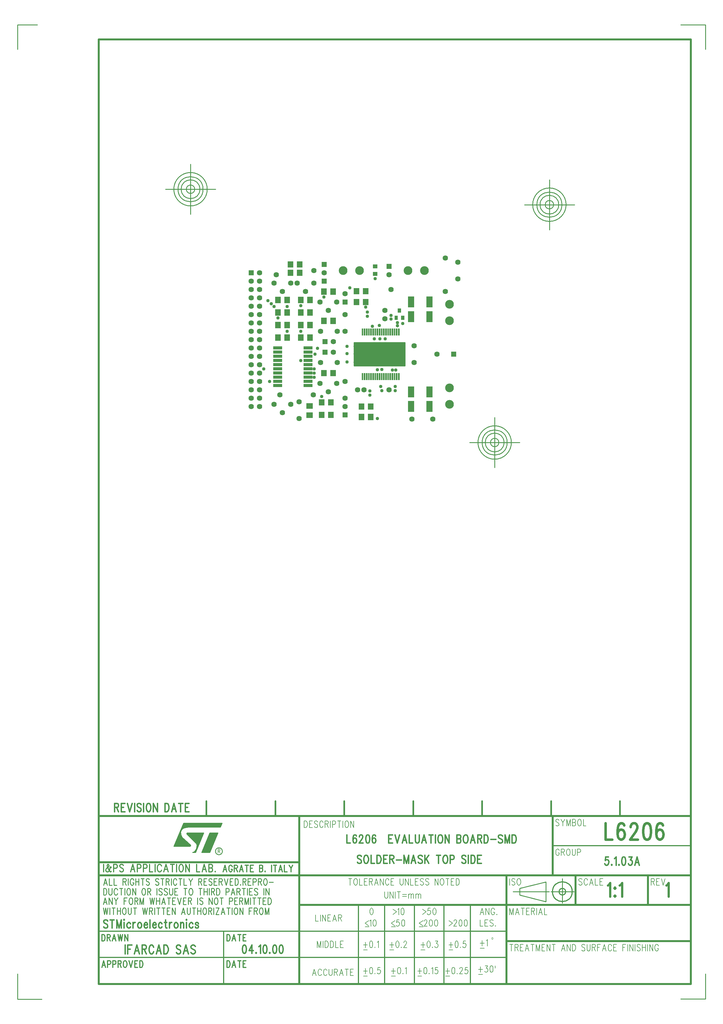
<source format=gbr>
*
*
G04 PowerPCB (Build Number [351.51 ]) generated Gerber (RS-274-X) file*
G04 PC Version=2.1*
*
%IN "L6206Pd-2.pcb"*%
*
%MOIN*%
*
%FSLAX35Y35*%
*
*
*
*
G04 PC Standard Apertures*
*
*
G04 Thermal Relief Aperture macro.*
%AMTER*
1,1,$1,0,0*
1,0,$1-$2,0,0*
21,0,$3,$4,0,0,45*
21,0,$3,$4,0,0,135*
%
*
*
G04 Annular Aperture macro.*
%AMANN*
1,1,$1,0,0*
1,0,$2,0,0*
%
*
*
G04 Odd Aperture macro.*
%AMODD*
1,1,$1,0,0*
1,0,$1-0.005,0,0*
%
*
*
G04 PC Custom Aperture Macros*
*
*
*
*
*
*
G04 PC Aperture Table*
*
%ADD010C,0.02*%
%ADD011C,0.01*%
%ADD012C,0.012*%
%ADD014C,0.024*%
%ADD015C,0.008*%
%ADD016C,0.015*%
%ADD017C,0.007*%
%ADD018C,0.004*%
%ADD027C,0.03*%
%ADD028C,0.025*%
%ADD041C,0.04*%
%ADD042R,0.064X0.064*%
%ADD043C,0.064*%
%ADD046R,0.074X0.074*%
%ADD056C,0.104*%
%ADD057R,0.039X0.039*%
%ADD058R,0.019X0.019*%
%ADD059R,0.036X0.036*%
%ADD060R,0.048X0.048*%
%ADD061R,0.067X0.067*%
*
*
*
*
G04 PC Custom Flashes*
G04 Layer Name L6206Pd-2.pcb - flashes*
%LPD*%
*
*
G04 PC Circuitry*
G04 Layer Name L6206Pd-2.pcb - circuitry*
%LPD*%
*
G54D10*
G01X734295Y236644D02*
Y254144D01*
X651795Y236644D02*
Y254144D01*
X569295Y236644D02*
Y254144D01*
X486795Y236644D02*
Y254144D01*
X404295Y236644D02*
Y254144D01*
X321795Y236644D02*
Y254144D01*
X239295Y236644D02*
Y254144D01*
G54D11*
X220295Y1016144D02*
Y956144D01*
X190295Y986144D02*
X250295D01*
X240295D02*
G75*
G03X240295I-20000D01*
G01X235295D02*
G03X235295I-15000D01*
G01X231475D02*
G03X231475I-11180D01*
G01X225295D02*
G03X225295I-5000D01*
G01X649795Y997644D02*
Y937644D01*
X619795Y967644D02*
X679795D01*
X669795D02*
G03X669795I-20000D01*
G01X664795D02*
G03X664795I-15000D01*
G01X660975D02*
G03X660975I-11180D01*
G01X654795D02*
G03X654795I-5000D01*
G01X13409Y17471D02*
Y47372D01*
X836638Y1182825D02*
Y1153672D01*
Y1182825D02*
X807063D01*
X606275Y145798D02*
X649582D01*
X653519D02*
X677141D01*
X665330Y133987D02*
Y157609D01*
X645645D02*
Y133987D01*
X614149Y141861*
Y149735*
X645645Y157609*
X665330D02*
Y161546D01*
X653519Y145798D02*
X651551D01*
X677141D02*
X679110D01*
X665330Y133987D02*
Y132018D01*
X257043Y227254D02*
X212161D01*
X257043Y226664D02*
X212161D01*
X256452Y226073D02*
X211571D01*
X256452Y225483D02*
X211571D01*
X256452Y224892D02*
X210980D01*
X255862Y224301D02*
X210980D01*
X255271Y223711D02*
X215704D01*
Y223120*
X217476Y223711D02*
X210389D01*
X215114Y223120D02*
X210980D01*
X212161Y222530D02*
X209799D01*
X211571Y221939D02*
X209799D01*
X210980D02*
X209799D01*
X213342Y223120D02*
X210389D01*
Y221349D02*
X209208D01*
Y220168D02*
X210980Y221939D01*
X208027Y216624D02*
X207437D01*
X208027Y216034D02*
X207437D01*
X209208Y220168D02*
X210389Y221349D01*
X208027Y215443D02*
X206846D01*
X208027Y214853D02*
X206846D01*
X208027Y214262D02*
X206846D01*
X208027Y213672D02*
X206256D01*
X208618Y213081D02*
X206256D01*
X208618Y212490D02*
X205665D01*
X208618Y211900D02*
X205665D01*
X209208Y211309D02*
X205665D01*
X209799Y210719D02*
X205075D01*
X209799Y210128D02*
X205075D01*
X210389Y209538D02*
X204484D01*
X210980Y208947D02*
X204484D01*
X212161Y208357D02*
X204484D01*
X212752Y207766D02*
X203893D01*
X213342Y207175D02*
X203303D01*
X213933Y206585D02*
X203303D01*
X214523Y205994D02*
X203303D01*
X215114Y205404D02*
X202712D01*
X215704Y204813D02*
X202712D01*
X216295Y204223D02*
X202122D01*
X217476Y203632D02*
X202122D01*
X218067Y203042D02*
X202122D01*
X218657Y202451D02*
X201531D01*
X219248Y201861D02*
X201531D01*
X219838Y201270D02*
X201531D01*
X219838Y200679D02*
X200941D01*
X235193Y215443D02*
X216295D01*
Y214853*
X234602D02*
X216886D01*
X234602Y214262D02*
X216886D01*
X234602Y213672D02*
X217476D01*
X234012Y213081D02*
X218657D01*
X234012Y212490D02*
X218657D01*
X233421Y211900D02*
X219838D01*
X233421Y211309D02*
X220429D01*
X233421Y210719D02*
X221019D01*
X232830Y210128D02*
X221610D01*
X232830Y209538D02*
X222201D01*
X232240Y208947D02*
X222791D01*
X232240Y208357D02*
X223382D01*
X231649Y207766D02*
X223972D01*
X231649Y207175D02*
X224563D01*
X231649Y206585D02*
X224563D01*
X231059Y205994D02*
X225744D01*
X231059Y205404D02*
X226334D01*
X230468Y204813D02*
X226925D01*
X230468Y204223D02*
X226925D01*
X230468Y203632D02*
X227515D01*
X229878Y203042D02*
X228106D01*
X229878Y202451D02*
X228106D01*
X229287Y201861D02*
X228106D01*
X229287Y201270D02*
X228106D01*
X229287Y200679D02*
X228106D01*
X228697Y200089D02*
X228106D01*
X228697Y199498D02*
X228106D01*
Y198908D02*
Y197727D01*
X227515Y195955D02*
X226925D01*
Y195364D02*
X226334D01*
X226925Y194774D02*
X225744D01*
X226334Y194183D02*
X225744D01*
X226334Y193593D02*
X225153D01*
X243460Y215443D02*
X252319D01*
X243460Y214853D02*
X251728D01*
X242870Y214262D02*
X251728D01*
X242870Y213672D02*
X251138D01*
X242279Y213081D02*
X251138D01*
X242279Y212490D02*
X250547D01*
X242279Y211900D02*
X250547D01*
X241689Y211309D02*
X250547D01*
X241689Y210719D02*
X249956D01*
X241098Y210128D02*
X249956D01*
X241098Y209538D02*
X249366D01*
X240508Y208947D02*
X249366D01*
X240508Y208357D02*
X249366D01*
X240508Y207766D02*
X248775D01*
X239917Y207175D02*
X248775D01*
X239917Y206585D02*
X248185D01*
X239326Y205994D02*
X248185D01*
Y205404*
X239326D02*
X247594D01*
Y204813*
X238736Y204223D02*
X247594D01*
X238736Y204813D02*
X247004D01*
X238736Y203632D02*
X247004D01*
Y203042*
X238145D02*
X246413D01*
Y202451*
X238145D02*
X245823D01*
X237555Y201861D02*
X246413D01*
X237555Y201270D02*
X246413D01*
X237555Y200679D02*
X245823D01*
X236964Y200089D02*
X245823D01*
X236964Y199498D02*
X245232D01*
X236374Y198908D02*
X245232D01*
X236374Y198317D02*
X245232D01*
X235783Y197727D02*
X244641D01*
X235783Y197136D02*
X244641D01*
X235783Y196546D02*
X244051D01*
X235193Y195955D02*
X244051D01*
X235193Y195364D02*
X244051D01*
X235193Y194774D02*
X243460D01*
X234602Y194183D02*
X243460D01*
X234602Y193593D02*
X242870D01*
X258417Y194144D02*
G03X258417I-4122D01*
G01X243311Y216250D02*
X252913D01*
X243311Y192939*
X233704*
X243311Y216250*
X217799D02*
X236008D01*
X226401Y192939*
X222701*
X224000Y193238*
X225201Y194140*
X227303Y197140*
X227901Y201242*
X227204Y203345*
X225701Y205242*
X217299Y213349*
X215897Y214648*
X215598Y215550*
X216299Y216050*
X217799Y216250*
X211795Y209144D02*
X210295Y210447D01*
X209094Y212349*
X208496Y214648*
X208397Y217050*
X209197Y219349*
X210795Y221349*
X213598Y222652*
X217598Y223152*
X255815Y223050*
X257913Y227853*
X211795*
X200193Y200144*
X218000*
X219401*
X220098Y200644*
X220201Y201542*
X219299Y202443*
X211795Y209144*
X807063Y17471D02*
X836638D01*
Y47372*
X13362Y17175D02*
X42153D01*
X13409Y1182825D02*
Y1153672D01*
Y1182805D02*
X37035D01*
X584295Y713144D02*
Y653144D01*
X554295Y683144D02*
X614295D01*
X604295D02*
G03X604295I-20000D01*
G01X599295D02*
G03X599295I-15000D01*
G01X595475D02*
G03X595475I-11180D01*
G01X589295D02*
G03X589295I-5000D01*
G01X118299Y161546D02*
X116118Y153671D01*
X118299Y161546D02*
X120481Y153671D01*
X116936Y156296D02*
X119663D01*
X122936Y161546D02*
Y153671D01*
X126208*
X128663Y161546D02*
Y153671D01*
X131936*
X139299Y161546D02*
Y153671D01*
Y161546D02*
X141754D01*
X142572Y161171*
X142572D02*
X142845Y160796D01*
X143118Y160046*
Y159296*
X142845Y158546*
X142572Y158171*
X142572D02*
X141754Y157796D01*
X139299*
X141208D02*
X143118Y153671D01*
X145572Y161546D02*
Y153671D01*
X152118Y159671D02*
X151845Y160421D01*
X151299Y161171*
X151299D02*
X150754Y161546D01*
X149663*
X149118Y161171*
X148572Y160421*
X148572D02*
X148299Y159671D01*
X148299D02*
X148027Y158546D01*
Y156671*
X148299Y155546*
X148299D02*
X148572Y154796D01*
X148572D02*
X149118Y154046D01*
X149663Y153671*
X150754*
X151299Y154046*
X151299D02*
X151845Y154796D01*
X152118Y155546*
Y156671*
X150754D02*
X152118D01*
X154572Y161546D02*
Y153671D01*
X158390Y161546D02*
Y153671D01*
X154572Y157796D02*
X158390D01*
X162754Y161546D02*
Y153671D01*
X160845Y161546D02*
X164663D01*
X170936Y160421D02*
X170390Y161171D01*
X170390D02*
X169572Y161546D01*
X169572D02*
X168481D01*
X168481D02*
X167663Y161171D01*
X167118Y160421*
Y159671*
X167390Y158921*
X167390D02*
X167663Y158546D01*
X168208Y158171*
X168208D02*
X169845Y157421D01*
X170390Y157046*
X170390D02*
X170663Y156671D01*
X170936Y155921*
Y154796*
X170390Y154046*
X170390D02*
X169572Y153671D01*
X169572D02*
X168481D01*
X168481D02*
X167663Y154046D01*
X167118Y154796*
X182118Y160421D02*
X181572Y161171D01*
X181572D02*
X180754Y161546D01*
X179663*
X178845Y161171*
X178299Y160421*
X178299D02*
Y159671D01*
X178299D02*
X178572Y158921D01*
X178572D02*
X178845Y158546D01*
X179390Y158171*
X179390D02*
X181027Y157421D01*
X181572Y157046*
X181572D02*
X181845Y156671D01*
X182118Y155921*
Y154796*
X181572Y154046*
X181572D02*
X180754Y153671D01*
X179663*
X178845Y154046*
X178299Y154796*
X186481Y161546D02*
Y153671D01*
X184572Y161546D02*
X188390D01*
X190845D02*
Y153671D01*
Y161546D02*
X193299D01*
X193299D02*
X194118Y161171D01*
X194390Y160796*
X194390D02*
X194663Y160046D01*
Y159296*
X194390Y158546*
X194390D02*
X194118Y158171D01*
X193299Y157796*
X193299D02*
X190845D01*
X192754D02*
X194663Y153671D01*
X197118Y161546D02*
Y153671D01*
X203663Y159671D02*
X203390Y160421D01*
X203390D02*
X202845Y161171D01*
X202299Y161546*
X202299D02*
X201208D01*
X201208D02*
X200663Y161171D01*
X200118Y160421*
X199845Y159671*
X199572Y158546*
X199572D02*
Y156671D01*
X199572D02*
X199845Y155546D01*
X200118Y154796*
X200663Y154046*
X201208Y153671*
X201208D02*
X202299D01*
X202299D02*
X202845Y154046D01*
X203390Y154796*
X203390D02*
X203663Y155546D01*
X208027Y161546D02*
Y153671D01*
X206118Y161546D02*
X209936D01*
X212390D02*
Y153671D01*
X212390D02*
X215663D01*
X218118Y161546D02*
X220299Y157796D01*
X220299D02*
Y153671D01*
X222481Y161546D02*
X220299Y157796D01*
X229845Y161546D02*
Y153671D01*
Y161546D02*
X232299D01*
X232299D02*
X233118Y161171D01*
X233390Y160796*
X233390D02*
X233663Y160046D01*
Y159296*
X233390Y158546*
X233390D02*
X233118Y158171D01*
X232299Y157796*
X232299D02*
X229845D01*
X231754D02*
X233663Y153671D01*
X236118Y161546D02*
Y153671D01*
Y161546D02*
X239663D01*
X236118Y157796D02*
X238299D01*
X236118Y153671D02*
X239663D01*
X245936Y160421D02*
X245390Y161171D01*
X245390D02*
X244572Y161546D01*
X244572D02*
X243481D01*
X243481D02*
X242663Y161171D01*
X242118Y160421*
Y159671*
X242390Y158921*
X242390D02*
X242663Y158546D01*
X243208Y158171*
X243208D02*
X244845Y157421D01*
X245390Y157046*
X245390D02*
X245663Y156671D01*
X245936Y155921*
Y154796*
X245390Y154046*
X245390D02*
X244572Y153671D01*
X244572D02*
X243481D01*
X243481D02*
X242663Y154046D01*
X242118Y154796*
X248390Y161546D02*
Y153671D01*
Y161546D02*
X251936D01*
X248390Y157796D02*
X250572D01*
X248390Y153671D02*
X251936D01*
X254390Y161546D02*
Y153671D01*
Y161546D02*
X256845D01*
X257663Y161171*
X257936Y160796*
X258208Y160046*
X258208D02*
Y159296D01*
X258208D02*
X257936Y158546D01*
X257663Y158171*
X256845Y157796*
X254390*
X256299D02*
X258208Y153671D01*
X260663Y161546D02*
X262845Y153671D01*
X265027Y161546D02*
X262845Y153671D01*
X267481Y161546D02*
Y153671D01*
Y161546D02*
X271027D01*
X267481Y157796D02*
X269663D01*
X267481Y153671D02*
X271027D01*
X273481Y161546D02*
Y153671D01*
Y161546D02*
X275390D01*
X275390D02*
X276208Y161171D01*
X276208D02*
X276754Y160421D01*
X277027Y159671*
X277299Y158546*
X277299D02*
Y156671D01*
X277299D02*
X277027Y155546D01*
X276754Y154796*
X276208Y154046*
X276208D02*
X275390Y153671D01*
X275390D02*
X273481D01*
X280027Y154421D02*
X279754Y154046D01*
X280027Y153671*
X280299Y154046*
X280299D02*
X280027Y154421D01*
X282754Y161546D02*
Y153671D01*
Y161546D02*
X285208D01*
X285208D02*
X286027Y161171D01*
X286299Y160796*
X286299D02*
X286572Y160046D01*
X286572D02*
Y159296D01*
X286572D02*
X286299Y158546D01*
X286299D02*
X286027Y158171D01*
X285208Y157796*
X285208D02*
X282754D01*
X284663D02*
X286572Y153671D01*
X289027Y161546D02*
Y153671D01*
Y161546D02*
X292572D01*
X289027Y157796D02*
X291208D01*
X289027Y153671D02*
X292572D01*
X295027Y161546D02*
Y153671D01*
Y161546D02*
X297481D01*
X297481D02*
X298299Y161171D01*
X298299D02*
X298572Y160796D01*
X298572D02*
X298845Y160046D01*
Y158921*
X298572Y158171*
X298572D02*
X298299Y157796D01*
X298299D02*
X297481Y157421D01*
X297481D02*
X295027D01*
X301299Y161546D02*
Y153671D01*
Y161546D02*
X303754D01*
X304572Y161171*
X304572D02*
X304845Y160796D01*
X305118Y160046*
Y159296*
X304845Y158546*
X304572Y158171*
X304572D02*
X303754Y157796D01*
X301299*
X303208D02*
X305118Y153671D01*
X309208Y161546D02*
X308663Y161171D01*
X308118Y160421*
X307845Y159671*
X307572Y158546*
X307572D02*
Y156671D01*
X307572D02*
X307845Y155546D01*
X308118Y154796*
X308663Y154046*
X309208Y153671*
X309208D02*
X310299D01*
X310299D02*
X310845Y154046D01*
X311390Y154796*
X311390D02*
X311663Y155546D01*
X311936Y156671*
Y158546*
X311663Y159671*
X311390Y160421*
X311390D02*
X310845Y161171D01*
X310299Y161546*
X310299D02*
X309208D01*
X314390Y157046D02*
X319299D01*
X116118Y149735D02*
Y141860D01*
Y149735D02*
X118027D01*
X118845Y149360*
X119390Y148610*
X119390D02*
X119663Y147860D01*
X119936Y146735*
Y144860*
X119663Y143735*
X119390Y142985*
X119390D02*
X118845Y142235D01*
X118027Y141860*
X116118*
X122390Y149735D02*
Y144110D01*
X122390D02*
X122663Y142985D01*
X123208Y142235*
X123208D02*
X124027Y141860D01*
X124572*
X124572D02*
X125390Y142235D01*
X125390D02*
X125936Y142985D01*
X126208Y144110*
X126208D02*
Y149735D01*
X132754Y147860D02*
X132481Y148610D01*
X132481D02*
X131936Y149360D01*
X131390Y149735*
X131390D02*
X130299D01*
X130299D02*
X129754Y149360D01*
X129208Y148610*
X129208D02*
X128936Y147860D01*
X128663Y146735*
Y144860*
X128936Y143735*
X129208Y142985*
X129208D02*
X129754Y142235D01*
X130299Y141860*
X130299D02*
X131390D01*
X131390D02*
X131936Y142235D01*
X132481Y142985*
X132481D02*
X132754Y143735D01*
X137118Y149735D02*
Y141860D01*
X135208Y149735D02*
X139027D01*
X141481D02*
Y141860D01*
X145572Y149735D02*
X145027Y149360D01*
X144481Y148610*
X144481D02*
X144208Y147860D01*
X144208D02*
X143936Y146735D01*
Y144860*
X144208Y143735*
X144208D02*
X144481Y142985D01*
X144481D02*
X145027Y142235D01*
X145572Y141860*
X145572D02*
X146663D01*
X147208Y142235*
X147208D02*
X147754Y142985D01*
X148027Y143735*
X148299Y144860*
X148299D02*
Y146735D01*
X148299D02*
X148027Y147860D01*
X147754Y148610*
X147208Y149360*
X147208D02*
X146663Y149735D01*
X145572*
X150754D02*
Y141860D01*
Y149735D02*
X154572Y141860D01*
Y149735D02*
Y141860D01*
X163572Y149735D02*
X163027Y149360D01*
X162481Y148610*
X162481D02*
X162208Y147860D01*
X162208D02*
X161936Y146735D01*
Y144860*
X162208Y143735*
X162208D02*
X162481Y142985D01*
X162481D02*
X163027Y142235D01*
X163572Y141860*
X163572D02*
X164663D01*
X165208Y142235*
X165208D02*
X165754Y142985D01*
X166027Y143735*
X166299Y144860*
X166299D02*
Y146735D01*
X166299D02*
X166027Y147860D01*
X165754Y148610*
X165208Y149360*
X165208D02*
X164663Y149735D01*
X163572*
X168754D02*
Y141860D01*
Y149735D02*
X171208D01*
X171208D02*
X172027Y149360D01*
X172299Y148985*
X172299D02*
X172572Y148235D01*
X172572D02*
Y147485D01*
X172572D02*
X172299Y146735D01*
X172299D02*
X172027Y146360D01*
X171208Y145985*
X171208D02*
X168754D01*
X170663D02*
X172572Y141860D01*
X179936Y149735D02*
Y141860D01*
X186208Y148610D02*
X185663Y149360D01*
X184845Y149735*
X183754*
X182936Y149360*
X182390Y148610*
X182390D02*
Y147860D01*
X182390D02*
X182663Y147110D01*
X182936Y146735*
X183481Y146360*
X183481D02*
X185118Y145610D01*
X185663Y145235*
X185936Y144860*
X186208Y144110*
X186208D02*
Y142985D01*
X186208D02*
X185663Y142235D01*
X184845Y141860*
X183754*
X182936Y142235*
X182390Y142985*
X192481Y148610D02*
X191936Y149360D01*
X191118Y149735*
X190027*
X189208Y149360*
X189208D02*
X188663Y148610D01*
Y147860*
X188936Y147110*
X189208Y146735*
X189208D02*
X189754Y146360D01*
X191390Y145610*
X191390D02*
X191936Y145235D01*
X192208Y144860*
X192208D02*
X192481Y144110D01*
X192481D02*
Y142985D01*
X192481D02*
X191936Y142235D01*
X191118Y141860*
X190027*
X189208Y142235*
X189208D02*
X188663Y142985D01*
X194936Y149735D02*
Y144110D01*
X195208Y142985*
X195208D02*
X195754Y142235D01*
X196572Y141860*
X196572D02*
X197118D01*
X197936Y142235*
X198481Y142985*
X198481D02*
X198754Y144110D01*
Y149735*
X201208D02*
Y141860D01*
Y149735D02*
X204754D01*
X201208Y145985D02*
X203390D01*
X201208Y141860D02*
X204754D01*
X214027Y149735D02*
Y141860D01*
X212118Y149735D02*
X215936D01*
X220027D02*
X219481Y149360D01*
X219481D02*
X218936Y148610D01*
X218663Y147860*
X218390Y146735*
X218390D02*
Y144860D01*
X218390D02*
X218663Y143735D01*
X218936Y142985*
X219481Y142235*
X219481D02*
X220027Y141860D01*
X221118*
X221663Y142235*
X222208Y142985*
X222208D02*
X222481Y143735D01*
X222481D02*
X222754Y144860D01*
Y146735*
X222481Y147860*
X222481D02*
X222208Y148610D01*
X222208D02*
X221663Y149360D01*
X221118Y149735*
X220027*
X232027D02*
Y141860D01*
X230118Y149735D02*
X233936D01*
X236390D02*
Y141860D01*
X240208Y149735D02*
Y141860D01*
X236390Y145985D02*
X240208D01*
X242663Y149735D02*
Y141860D01*
X245118Y149735D02*
Y141860D01*
Y149735D02*
X247572D01*
X247572D02*
X248390Y149360D01*
X248390D02*
X248663Y148985D01*
X248936Y148235*
Y147485*
X248663Y146735*
X248390Y146360*
X248390D02*
X247572Y145985D01*
X247572D02*
X245118D01*
X247027D02*
X248936Y141860D01*
X251390Y149735D02*
Y141860D01*
Y149735D02*
X253299D01*
X253299D02*
X254118Y149360D01*
X254663Y148610*
X254936Y147860*
X255208Y146735*
X255208D02*
Y144860D01*
X255208D02*
X254936Y143735D01*
X254663Y142985*
X254118Y142235*
X253299Y141860*
X253299D02*
X251390D01*
X262572Y149735D02*
Y141860D01*
Y149735D02*
X265027D01*
X265845Y149360*
X266118Y148985*
X266390Y148235*
X266390D02*
Y147110D01*
X266390D02*
X266118Y146360D01*
X265845Y145985*
X265027Y145610*
X262572*
X271027Y149735D02*
X268845Y141860D01*
X271027Y149735D02*
X273208Y141860D01*
X269663Y144485D02*
X272390D01*
X275663Y149735D02*
Y141860D01*
Y149735D02*
X278118D01*
X278936Y149360*
X279208Y148985*
X279208D02*
X279481Y148235D01*
X279481D02*
Y147485D01*
X279481D02*
X279208Y146735D01*
X279208D02*
X278936Y146360D01*
X278118Y145985*
X275663*
X277572D02*
X279481Y141860D01*
X283845Y149735D02*
Y141860D01*
X281936Y149735D02*
X285754D01*
X288208D02*
Y141860D01*
X290663Y149735D02*
Y141860D01*
Y149735D02*
X294208D01*
X290663Y145985D02*
X292845D01*
X290663Y141860D02*
X294208D01*
X300481Y148610D02*
X299936Y149360D01*
X299118Y149735*
X298027*
X297208Y149360*
X297208D02*
X296663Y148610D01*
Y147860*
X296936Y147110*
X297208Y146735*
X297208D02*
X297754Y146360D01*
X299390Y145610*
X299390D02*
X299936Y145235D01*
X300208Y144860*
X300208D02*
X300481Y144110D01*
X300481D02*
Y142985D01*
X300481D02*
X299936Y142235D01*
X299118Y141860*
X298027*
X297208Y142235*
X297208D02*
X296663Y142985D01*
X307845Y149735D02*
Y141860D01*
X310299Y149735D02*
Y141860D01*
Y149735D02*
X314118Y141860D01*
Y149735D02*
Y141860D01*
X117976Y138519D02*
X115795Y130644D01*
X117976Y138519D02*
X120158Y130644D01*
X116613Y133269D02*
X119340D01*
X122613Y138519D02*
Y130644D01*
Y138519D02*
X126431Y130644D01*
Y138519D02*
Y130644D01*
X128885Y138519D02*
X131067Y134769D01*
X131067D02*
Y130644D01*
X133249Y138519D02*
X131067Y134769D01*
X140613Y138519D02*
Y130644D01*
Y138519D02*
X144158D01*
X140613Y134769D02*
X142795D01*
X148249Y138519D02*
X147704Y138144D01*
X147158Y137394*
X147158D02*
X146885Y136644D01*
X146885D02*
X146613Y135519D01*
Y133644*
X146885Y132519*
X146885D02*
X147158Y131769D01*
X147158D02*
X147704Y131019D01*
X148249Y130644*
X148249D02*
X149340D01*
X149885Y131019*
X149885D02*
X150431Y131769D01*
X150704Y132519*
X150976Y133644*
X150976D02*
Y135519D01*
X150976D02*
X150704Y136644D01*
X150431Y137394*
X149885Y138144*
X149885D02*
X149340Y138519D01*
X148249*
X153431D02*
Y130644D01*
Y138519D02*
X155885D01*
X155885D02*
X156704Y138144D01*
X156976Y137769*
X156976D02*
X157249Y137019D01*
X157249D02*
Y136269D01*
X157249D02*
X156976Y135519D01*
X156976D02*
X156704Y135144D01*
X155885Y134769*
X155885D02*
X153431D01*
X155340D02*
X157249Y130644D01*
X159704Y138519D02*
Y130644D01*
Y138519D02*
X161885Y130644D01*
X164067Y138519D02*
X161885Y130644D01*
X164067Y138519D02*
Y130644D01*
X171431Y138519D02*
X172795Y130644D01*
X174158Y138519D02*
X172795Y130644D01*
X174158Y138519D02*
X175522Y130644D01*
X176885Y138519D02*
X175522Y130644D01*
X179340Y138519D02*
Y130644D01*
X183158Y138519D02*
Y130644D01*
X179340Y134769D02*
X183158D01*
X187795Y138519D02*
X185613Y130644D01*
X187795Y138519D02*
X189976Y130644D01*
X186431Y133269D02*
X189158D01*
X194340Y138519D02*
Y130644D01*
X192431Y138519D02*
X196249D01*
X198704D02*
Y130644D01*
Y138519D02*
X202249D01*
X198704Y134769D02*
X200885D01*
X198704Y130644D02*
X202249D01*
X204704Y138519D02*
X206885Y130644D01*
X209067Y138519D02*
X206885Y130644D01*
X211522Y138519D02*
Y130644D01*
Y138519D02*
X215067D01*
X211522Y134769D02*
X213704D01*
X211522Y130644D02*
X215067D01*
X217522Y138519D02*
Y130644D01*
Y138519D02*
X219976D01*
X219976D02*
X220795Y138144D01*
X221067Y137769*
X221067D02*
X221340Y137019D01*
Y136269*
X221067Y135519*
X221067D02*
X220795Y135144D01*
X219976Y134769*
X219976D02*
X217522D01*
X219431D02*
X221340Y130644D01*
X228704Y138519D02*
Y130644D01*
X234976Y137394D02*
X234431Y138144D01*
X233613Y138519*
X232522*
X231704Y138144*
X231158Y137394*
X231158D02*
Y136644D01*
X231158D02*
X231431Y135894D01*
X231704Y135519*
X232249Y135144*
X232249D02*
X233885Y134394D01*
X233885D02*
X234431Y134019D01*
X234704Y133644*
X234976Y132894*
X234976D02*
Y131769D01*
X234976D02*
X234431Y131019D01*
X233613Y130644*
X232522*
X231704Y131019*
X231158Y131769*
X242340Y138519D02*
Y130644D01*
Y138519D02*
X246158Y130644D01*
Y138519D02*
Y130644D01*
X250249Y138519D02*
X249704Y138144D01*
X249158Y137394*
X249158D02*
X248885Y136644D01*
X248885D02*
X248613Y135519D01*
Y133644*
X248885Y132519*
X248885D02*
X249158Y131769D01*
X249158D02*
X249704Y131019D01*
X250249Y130644*
X250249D02*
X251340D01*
X251885Y131019*
X251885D02*
X252431Y131769D01*
X252704Y132519*
X252976Y133644*
X252976D02*
Y135519D01*
X252976D02*
X252704Y136644D01*
X252431Y137394*
X251885Y138144*
X251885D02*
X251340Y138519D01*
X250249*
X257340D02*
Y130644D01*
X255431Y138519D02*
X259249D01*
X266613D02*
Y130644D01*
Y138519D02*
X269067D01*
X269067D02*
X269885Y138144D01*
X269885D02*
X270158Y137769D01*
X270158D02*
X270431Y137019D01*
Y135894*
X270158Y135144*
X270158D02*
X269885Y134769D01*
X269885D02*
X269067Y134394D01*
X269067D02*
X266613D01*
X272885Y138519D02*
Y130644D01*
Y138519D02*
X276431D01*
X272885Y134769D02*
X275067D01*
X272885Y130644D02*
X276431D01*
X278885Y138519D02*
Y130644D01*
Y138519D02*
X281340D01*
X282158Y138144*
X282158D02*
X282431Y137769D01*
X282704Y137019*
Y136269*
X282431Y135519*
X282158Y135144*
X282158D02*
X281340Y134769D01*
X278885*
X280795D02*
X282704Y130644D01*
X285158Y138519D02*
Y130644D01*
Y138519D02*
X287340Y130644D01*
X289522Y138519D02*
X287340Y130644D01*
X289522Y138519D02*
Y130644D01*
X291976Y138519D02*
Y130644D01*
X296340Y138519D02*
Y130644D01*
X294431Y138519D02*
X298249D01*
X302613D02*
Y130644D01*
X300704Y138519D02*
X304522D01*
X306976D02*
Y130644D01*
Y138519D02*
X310522D01*
X306976Y134769D02*
X309158D01*
X306976Y130644D02*
X310522D01*
X312976Y138519D02*
Y130644D01*
Y138519D02*
X314885D01*
X314885D02*
X315704Y138144D01*
X316249Y137394*
X316249D02*
X316522Y136644D01*
X316795Y135519*
Y133644*
X316522Y132519*
X316249Y131769*
X316249D02*
X315704Y131019D01*
X314885Y130644*
X314885D02*
X312976D01*
X115795Y126519D02*
X117158Y118644D01*
X118522Y126519D02*
X117158Y118644D01*
X118522Y126519D02*
X119885Y118644D01*
X121249Y126519D02*
X119885Y118644D01*
X123704Y126519D02*
Y118644D01*
X128067Y126519D02*
Y118644D01*
X126158Y126519D02*
X129976D01*
X132431D02*
Y118644D01*
X136249Y126519D02*
Y118644D01*
X132431Y122769D02*
X136249D01*
X140340Y126519D02*
X139795Y126144D01*
X139249Y125394*
X139249D02*
X138976Y124644D01*
X138976D02*
X138704Y123519D01*
Y121644*
X138976Y120519*
X138976D02*
X139249Y119769D01*
X139249D02*
X139795Y119019D01*
X140340Y118644*
X141431*
X141976Y119019*
X141976D02*
X142522Y119769D01*
X142795Y120519*
X143067Y121644*
X143067D02*
Y123519D01*
X143067D02*
X142795Y124644D01*
X142522Y125394*
X141976Y126144*
X141976D02*
X141431Y126519D01*
X140340*
X145522D02*
Y120894D01*
X145795Y119769*
X146340Y119019*
X147158Y118644*
X147158D02*
X147704D01*
X148522Y119019*
X149067Y119769*
X149067D02*
X149340Y120894D01*
Y126519*
X153704D02*
Y118644D01*
X151795Y126519D02*
X155613D01*
X162976D02*
X164340Y118644D01*
X165704Y126519D02*
X164340Y118644D01*
X165704Y126519D02*
X167067Y118644D01*
X168431Y126519D02*
X167067Y118644D01*
X170885Y126519D02*
Y118644D01*
Y126519D02*
X173340D01*
X174158Y126144*
X174158D02*
X174431Y125769D01*
X174704Y125019*
Y124269*
X174431Y123519*
X174158Y123144*
X174158D02*
X173340Y122769D01*
X170885*
X172795D02*
X174704Y118644D01*
X177158Y126519D02*
Y118644D01*
X181522Y126519D02*
Y118644D01*
X179613Y126519D02*
X183431D01*
X187795D02*
Y118644D01*
X185885Y126519D02*
X189704D01*
X192158D02*
Y118644D01*
Y126519D02*
X195704D01*
X192158Y122769D02*
X194340D01*
X192158Y118644D02*
X195704D01*
X198158Y126519D02*
Y118644D01*
Y126519D02*
X201976Y118644D01*
Y126519D02*
Y118644D01*
X211522Y126519D02*
X209340Y118644D01*
X211522Y126519D02*
X213704Y118644D01*
X210158Y121269D02*
X212885D01*
X216158Y126519D02*
Y120894D01*
X216158D02*
X216431Y119769D01*
X216976Y119019*
X216976D02*
X217795Y118644D01*
X218340*
X219158Y119019*
X219158D02*
X219704Y119769D01*
X219976Y120894*
X219976D02*
Y126519D01*
X224340D02*
Y118644D01*
X222431Y126519D02*
X226249D01*
X228704D02*
Y118644D01*
X232522Y126519D02*
Y118644D01*
X228704Y122769D02*
X232522D01*
X236613Y126519D02*
X236067Y126144D01*
X236067D02*
X235522Y125394D01*
X235249Y124644*
X235249D02*
X234976Y123519D01*
X234976D02*
Y121644D01*
X234976D02*
X235249Y120519D01*
X235249D02*
X235522Y119769D01*
X236067Y119019*
X236067D02*
X236613Y118644D01*
X237704*
X238249Y119019*
X238249D02*
X238795Y119769D01*
X239067Y120519*
X239067D02*
X239340Y121644D01*
Y123519*
X239067Y124644*
X239067D02*
X238795Y125394D01*
X238249Y126144*
X238249D02*
X237704Y126519D01*
X236613*
X241795D02*
Y118644D01*
Y126519D02*
X244249D01*
X244249D02*
X245067Y126144D01*
X245067D02*
X245340Y125769D01*
X245613Y125019*
Y124269*
X245340Y123519*
X245067Y123144*
X245067D02*
X244249Y122769D01*
X244249D02*
X241795D01*
X243704D02*
X245613Y118644D01*
X248067Y126519D02*
Y118644D01*
X254340Y126519D02*
X250522Y118644D01*
Y126519D02*
X254340D01*
X250522Y118644D02*
X254340D01*
X258976Y126519D02*
X256795Y118644D01*
X258976Y126519D02*
X261158Y118644D01*
X257613Y121269D02*
X260340D01*
X265522Y126519D02*
Y118644D01*
X263613Y126519D02*
X267431D01*
X269885D02*
Y118644D01*
X273976Y126519D02*
X273431Y126144D01*
X272885Y125394*
X272885D02*
X272613Y124644D01*
X272340Y123519*
Y121644*
X272613Y120519*
X272885Y119769*
X272885D02*
X273431Y119019D01*
X273976Y118644*
X273976D02*
X275067D01*
X275067D02*
X275613Y119019D01*
X276158Y119769*
X276158D02*
X276431Y120519D01*
X276704Y121644*
Y123519*
X276431Y124644*
X276158Y125394*
X276158D02*
X275613Y126144D01*
X275067Y126519*
X275067D02*
X273976D01*
X279158D02*
Y118644D01*
Y126519D02*
X282976Y118644D01*
Y126519D02*
Y118644D01*
X290340Y126519D02*
Y118644D01*
Y126519D02*
X293885D01*
X290340Y122769D02*
X292522D01*
X296340Y126519D02*
Y118644D01*
Y126519D02*
X298795D01*
X299613Y126144*
X299885Y125769*
X299885D02*
X300158Y125019D01*
X300158D02*
Y124269D01*
X300158D02*
X299885Y123519D01*
X299885D02*
X299613Y123144D01*
X298795Y122769*
X296340*
X298249D02*
X300158Y118644D01*
X304249Y126519D02*
X303704Y126144D01*
X303158Y125394*
X303158D02*
X302885Y124644D01*
X302885D02*
X302613Y123519D01*
Y121644*
X302885Y120519*
X302885D02*
X303158Y119769D01*
X303158D02*
X303704Y119019D01*
X304249Y118644*
X304249D02*
X305340D01*
X305885Y119019*
X305885D02*
X306431Y119769D01*
X306704Y120519*
X306976Y121644*
X306976D02*
Y123519D01*
X306976D02*
X306704Y124644D01*
X306431Y125394*
X305885Y126144*
X305885D02*
X305340Y126519D01*
X304249*
X309431D02*
Y118644D01*
Y126519D02*
X311613Y118644D01*
X313795Y126519D02*
X311613Y118644D01*
X313795Y126519D02*
Y118644D01*
X476815Y802754D02*
X415815D01*
Y774754*
X476815*
Y802754*
X448816Y774754D02*
X476815Y802752D01*
X450089Y774754D02*
X476815Y801479D01*
X451361Y774754D02*
X476815Y800207D01*
X452634Y774754D02*
X476815Y798934D01*
X453907Y774754D02*
X476815Y797661D01*
X455180Y774754D02*
X476815Y796388D01*
X456452Y774754D02*
X476815Y795116D01*
X457725Y774754D02*
X476815Y793843D01*
X458998Y774754D02*
X476815Y792570D01*
X460271Y774754D02*
X476815Y791297D01*
X461544Y774754D02*
X476815Y790024D01*
X462816Y774754D02*
X476815Y788752D01*
X464089Y774754D02*
X476815Y787479D01*
X465362Y774754D02*
X476815Y786206D01*
X466635Y774754D02*
X476815Y784933D01*
X467908Y774754D02*
X476815Y783660D01*
X469180Y774754D02*
X476815Y782388D01*
X470453Y774754D02*
X476815Y781115D01*
X471726Y774754D02*
X476815Y779842D01*
X472999Y774754D02*
X476815Y778569D01*
X474272Y774754D02*
X476815Y777296D01*
X475544Y774754D02*
X476815Y776024D01*
X447543Y774754D02*
X475543Y802754D01*
X446270Y774754D02*
X474270Y802754D01*
X444997Y774754D02*
X472997Y802754D01*
X443725Y774754D02*
X471725Y802754D01*
X442452Y774754D02*
X470452Y802754D01*
X441179Y774754D02*
X469179Y802754D01*
X439906Y774754D02*
X467906Y802754D01*
X438633Y774754D02*
X466633Y802754D01*
X437361Y774754D02*
X465361Y802754D01*
X436088Y774754D02*
X464088Y802754D01*
X434815Y774754D02*
X462815Y802754D01*
X433542Y774754D02*
X461542Y802754D01*
X432269Y774754D02*
X460269Y802754D01*
X430997Y774754D02*
X458997Y802754D01*
X429724Y774754D02*
X457724Y802754D01*
X428451Y774754D02*
X456451Y802754D01*
X427178Y774754D02*
X455178Y802754D01*
X425906Y774754D02*
X453906Y802754D01*
X424633Y774754D02*
X452633Y802754D01*
X423360Y774754D02*
X451360Y802754D01*
X422087Y774754D02*
X450087Y802754D01*
X420814Y774754D02*
X448814Y802754D01*
X419542Y774754D02*
X447542Y802754D01*
X418269Y774754D02*
X446269Y802754D01*
X416996Y774754D02*
X444996Y802754D01*
X415815Y774845D02*
X443723Y802754D01*
X415815Y776118D02*
X442450Y802754D01*
X415815Y777390D02*
X441178Y802754D01*
X415815Y778663D02*
X439905Y802754D01*
X415815Y779936D02*
X438632Y802754D01*
X415815Y781209D02*
X437359Y802754D01*
X415815Y782482D02*
X436086Y802754D01*
X415815Y783754D02*
X434814Y802754D01*
X415815Y785027D02*
X433541Y802754D01*
X415815Y786300D02*
X432268Y802754D01*
X415815Y787573D02*
X430995Y802754D01*
X415815Y788846D02*
X429723Y802754D01*
X415815Y790118D02*
X428450Y802754D01*
X415815Y791391D02*
X427177Y802754D01*
X415815Y792664D02*
X425904Y802754D01*
X415815Y793937D02*
X424631Y802754D01*
X415815Y795209D02*
X423359Y802754D01*
X415815Y796482D02*
X422086Y802754D01*
X415815Y797755D02*
X420813Y802754D01*
X415815Y799028D02*
X419540Y802754D01*
X415815Y800301D02*
X418267Y802754D01*
X415815Y801573D02*
X416995Y802754D01*
G54D12*
X421236Y35561D02*
Y130050D01*
X452732Y35561D02*
Y130050D01*
X488165Y35561D02*
Y130050D01*
X523598Y35561D02*
Y130050D01*
X555094Y35561D02*
Y130050D01*
X350370Y67057D02*
X598401D01*
X350370Y98553D02*
X598401D01*
X653519Y200916D02*
X818874D01*
X259819Y35561D02*
Y98553D01*
X110212D02*
X350370D01*
X110212Y67057D02*
X350370D01*
X677140Y145798D02*
G03X677140I-11810D01*
G01X669267D02*
G03X669267I-3937D01*
G01X116118Y178607D02*
Y169420D01*
X125345Y174670D02*
Y175107D01*
X125345D02*
X125027Y175545D01*
X124708*
X124708D02*
X124390Y175107D01*
X124390D02*
X124072Y174232D01*
X124072D02*
X123436Y172045D01*
X122799Y170732*
X122799D02*
X122163Y169857D01*
X122163D02*
X121527Y169420D01*
X120254*
X119618Y169857*
X119618D02*
X119299Y170295D01*
X119299D02*
X118981Y171170D01*
X118981D02*
Y172045D01*
X118981D02*
X119299Y172920D01*
X119299D02*
X119618Y173357D01*
X119618D02*
X121845Y175107D01*
X121845D02*
X122163Y175545D01*
X122481Y176420*
X122481D02*
Y177295D01*
X122481D02*
X122163Y178170D01*
X121527Y178607*
X121527D02*
X120890Y178170D01*
X120890D02*
X120572Y177295D01*
X120572D02*
Y176420D01*
X120572D02*
X120890Y175107D01*
X120890D02*
X121527Y173795D01*
X123118Y170732*
X123118D02*
X123754Y169857D01*
X123754D02*
X124390Y169420D01*
X124390D02*
X125027D01*
X125345Y169857*
X125345D02*
Y170295D01*
X128208Y178607D02*
Y169420D01*
Y178607D02*
X131072D01*
X131072D02*
X132027Y178170D01*
X132345Y177732*
X132345D02*
X132663Y176857D01*
X132663D02*
Y175545D01*
X132345Y174670*
X132027Y174232*
X132027D02*
X131072Y173795D01*
X131072D02*
X128208D01*
X139981Y177295D02*
X139345Y178170D01*
X138390Y178607*
X138390D02*
X137118D01*
X137118D02*
X136163Y178170D01*
X135527Y177295*
Y176420*
X135845Y175545*
X136163Y175107*
X136163D02*
X136799Y174670D01*
X136799D02*
X138708Y173795D01*
X138708D02*
X139345Y173357D01*
X139345D02*
X139663Y172920D01*
X139981Y172045*
X139981D02*
Y170732D01*
X139981D02*
X139345Y169857D01*
X139345D02*
X138390Y169420D01*
X138390D02*
X137118D01*
X136163Y169857*
X136163D02*
X135527Y170732D01*
X151118Y178607D02*
X148572Y169420D01*
X151118Y178607D02*
X153663Y169420D01*
X149527Y172482D02*
X152708D01*
X156527Y178607D02*
Y169420D01*
Y178607D02*
X159390D01*
X159390D02*
X160345Y178170D01*
X160663Y177732*
X160663D02*
X160981Y176857D01*
X160981D02*
Y175545D01*
X160981D02*
X160663Y174670D01*
X160345Y174232*
X160345D02*
X159390Y173795D01*
X159390D02*
X156527D01*
X163845Y178607D02*
Y169420D01*
Y178607D02*
X166708D01*
X166708D02*
X167663Y178170D01*
X167981Y177732*
X167981D02*
X168299Y176857D01*
X168299D02*
Y175545D01*
X168299D02*
X167981Y174670D01*
X167981D02*
X167663Y174232D01*
X167663D02*
X166708Y173795D01*
X166708D02*
X163845D01*
X171163Y178607D02*
Y169420D01*
X174981*
X177845Y178607D02*
Y169420D01*
X185481Y176420D02*
X185163Y177295D01*
X184527Y178170*
X183890Y178607*
X183890D02*
X182618D01*
X182618D02*
X181981Y178170D01*
X181981D02*
X181345Y177295D01*
X181027Y176420*
X180708Y175107*
X180708D02*
Y172920D01*
X180708D02*
X181027Y171607D01*
X181027D02*
X181345Y170732D01*
X181345D02*
X181981Y169857D01*
X181981D02*
X182618Y169420D01*
X183890*
X183890D02*
X184527Y169857D01*
X184527D02*
X185163Y170732D01*
X185163D02*
X185481Y171607D01*
X190890Y178607D02*
X188345Y169420D01*
X190890Y178607D02*
X193436Y169420D01*
X189299Y172482D02*
X192481D01*
X198527Y178607D02*
Y169420D01*
X196299Y178607D02*
X200754D01*
X203618D02*
Y169420D01*
X208390Y178607D02*
X207754Y178170D01*
X207118Y177295*
X206799Y176420*
X206799D02*
X206481Y175107D01*
X206481D02*
Y172920D01*
X206481D02*
X206799Y171607D01*
X206799D02*
X207118Y170732D01*
X207118D02*
X207754Y169857D01*
X207754D02*
X208390Y169420D01*
X208390D02*
X209663D01*
X210299Y169857*
X210299D02*
X210936Y170732D01*
X210936D02*
X211254Y171607D01*
X211254D02*
X211572Y172920D01*
X211572D02*
Y175107D01*
X211572D02*
X211254Y176420D01*
X210936Y177295*
X210299Y178170*
X210299D02*
X209663Y178607D01*
X209663D02*
X208390D01*
X214436D02*
Y169420D01*
Y178607D02*
X218890Y169420D01*
Y178607D02*
Y169420D01*
X227481Y178607D02*
Y169420D01*
X227481D02*
X231299D01*
X236708Y178607D02*
X234163Y169420D01*
X236708Y178607D02*
X239254Y169420D01*
X235118Y172482D02*
X238299D01*
X242118Y178607D02*
Y169420D01*
Y178607D02*
X244981D01*
X244981D02*
X245936Y178170D01*
X246254Y177732*
X246254D02*
X246572Y176857D01*
X246572D02*
Y175982D01*
X246572D02*
X246254Y175107D01*
X246254D02*
X245936Y174670D01*
X244981Y174232*
X242118D02*
X244981D01*
X244981D02*
X245936Y173795D01*
X246254Y173357*
X246254D02*
X246572Y172482D01*
X246572D02*
Y171170D01*
X246572D02*
X246254Y170295D01*
X245936Y169857*
X245936D02*
X244981Y169420D01*
X244981D02*
X242118D01*
X249754Y170295D02*
X249436Y169857D01*
X249436D02*
X249754Y169420D01*
X250072Y169857*
X250072D02*
X249754Y170295D01*
X263756Y63121D02*
Y55246D01*
Y63121D02*
X265665D01*
X266483Y62746*
X267028Y61996*
X267028D02*
X267301Y61246D01*
X267574Y60121*
Y58246*
X267301Y57121*
X267028Y56371*
X267028D02*
X266483Y55621D01*
X265665Y55246*
X263756*
X272210Y63121D02*
X270028Y55246D01*
X272210Y63121D02*
X274392Y55246D01*
X270846Y57871D02*
X273574D01*
X278756Y63121D02*
Y55246D01*
X276846Y63121D02*
X280665D01*
X283119D02*
Y55246D01*
Y63121D02*
X286665D01*
X283119Y59371D02*
X285301D01*
X283119Y55246D02*
X286665D01*
X263756Y94617D02*
Y86742D01*
Y94617D02*
X265665D01*
X266483Y94242*
X267028Y93492*
X267028D02*
X267301Y92742D01*
X267574Y91617*
Y89742*
X267301Y88617*
X267028Y87867*
X267028D02*
X266483Y87117D01*
X265665Y86742*
X263756*
X272210Y94617D02*
X270028Y86742D01*
X272210Y94617D02*
X274392Y86742D01*
X270846Y89367D02*
X273574D01*
X278756Y94617D02*
Y86742D01*
X276846Y94617D02*
X280665D01*
X283119D02*
Y86742D01*
Y94617D02*
X286665D01*
X283119Y90867D02*
X285301D01*
X283119Y86742D02*
X286665D01*
X116331Y63121D02*
X114150Y55246D01*
X116331Y63121D02*
X118513Y55246D01*
X114968Y57871D02*
X117695D01*
X120968Y63121D02*
Y55246D01*
Y63121D02*
X123422D01*
X123422D02*
X124240Y62746D01*
X124240D02*
X124513Y62371D01*
X124513D02*
X124786Y61621D01*
Y60496*
X124513Y59746*
X124513D02*
X124240Y59371D01*
X124240D02*
X123422Y58996D01*
X123422D02*
X120968D01*
X127240Y63121D02*
Y55246D01*
Y63121D02*
X129695D01*
X130513Y62746*
X130513D02*
X130786Y62371D01*
X131059Y61621*
Y60496*
X130786Y59746*
X130513Y59371*
X130513D02*
X129695Y58996D01*
X127240*
X133513Y63121D02*
Y55246D01*
Y63121D02*
X135968D01*
X136786Y62746*
X137059Y62371*
X137331Y61621*
X137331D02*
Y60871D01*
X137331D02*
X137059Y60121D01*
X136786Y59746*
X135968Y59371*
X133513*
X135422D02*
X137331Y55246D01*
X141422Y63121D02*
X140877Y62746D01*
X140331Y61996*
X140331D02*
X140059Y61246D01*
X139786Y60121*
Y58246*
X140059Y57121*
X140331Y56371*
X140331D02*
X140877Y55621D01*
X141422Y55246*
X141422D02*
X142513D01*
X142513D02*
X143059Y55621D01*
X143604Y56371*
X143604D02*
X143877Y57121D01*
X144150Y58246*
Y60121*
X143877Y61246*
X143604Y61996*
X143604D02*
X143059Y62746D01*
X142513Y63121*
X142513D02*
X141422D01*
X146604D02*
X148786Y55246D01*
X150968Y63121D02*
X148786Y55246D01*
X153422Y63121D02*
Y55246D01*
Y63121D02*
X156968D01*
X153422Y59371D02*
X155604D01*
X153422Y55246D02*
X156968D01*
X159422Y63121D02*
Y55246D01*
Y63121D02*
X161331D01*
X161331D02*
X162150Y62746D01*
X162695Y61996*
X162968Y61246*
X163240Y60121*
X163240D02*
Y58246D01*
X163240D02*
X162968Y57121D01*
X162695Y56371*
X162150Y55621*
X161331Y55246*
X161331D02*
X159422D01*
X114150Y94617D02*
Y86742D01*
Y94617D02*
X116059D01*
X116877Y94242*
X117422Y93492*
X117422D02*
X117695Y92742D01*
X117968Y91617*
Y89742*
X117695Y88617*
X117422Y87867*
X117422D02*
X116877Y87117D01*
X116059Y86742*
X114150*
X120422Y94617D02*
Y86742D01*
Y94617D02*
X122877D01*
X123695Y94242*
X123968Y93867*
X124240Y93117*
X124240D02*
Y92367D01*
X124240D02*
X123968Y91617D01*
X123695Y91242*
X122877Y90867*
X120422*
X122331D02*
X124240Y86742D01*
X128877Y94617D02*
X126695Y86742D01*
X128877Y94617D02*
X131059Y86742D01*
X127513Y89367D02*
X130240D01*
X133513Y94617D02*
X134877Y86742D01*
X136240Y94617D02*
X134877Y86742D01*
X136240Y94617D02*
X137604Y86742D01*
X138968Y94617D02*
X137604Y86742D01*
X141422Y94617D02*
Y86742D01*
Y94617D02*
X145240Y86742D01*
Y94617D02*
Y86742D01*
X261476Y177519D02*
X259295Y169644D01*
X261476Y177519D02*
X263658Y169644D01*
X260113Y172269D02*
X262840D01*
X270204Y175644D02*
X269931Y176394D01*
X269385Y177144*
X269385D02*
X268840Y177519D01*
X267749*
X267749D02*
X267204Y177144D01*
X266658Y176394*
X266658D02*
X266385Y175644D01*
X266385D02*
X266113Y174519D01*
Y172644*
X266385Y171519*
X266385D02*
X266658Y170769D01*
X266658D02*
X267204Y170019D01*
X267749Y169644*
X267749D02*
X268840D01*
X269385Y170019*
X269385D02*
X269931Y170769D01*
X270204Y171519*
Y172644*
X268840D02*
X270204D01*
X272658Y177519D02*
Y169644D01*
Y177519D02*
X275113D01*
X275931Y177144*
X276204Y176769*
X276476Y176019*
X276476D02*
Y175269D01*
X276476D02*
X276204Y174519D01*
X275931Y174144*
X275113Y173769*
X272658*
X274567D02*
X276476Y169644D01*
X281113Y177519D02*
X278931Y169644D01*
X281113Y177519D02*
X283295Y169644D01*
X279749Y172269D02*
X282476D01*
X287658Y177519D02*
Y169644D01*
X285749Y177519D02*
X289567D01*
X292022D02*
Y169644D01*
Y177519D02*
X295567D01*
X292022Y173769D02*
X294204D01*
X292022Y169644D02*
X295567D01*
X302931Y177519D02*
Y169644D01*
Y177519D02*
X305385D01*
X305385D02*
X306204Y177144D01*
X306476Y176769*
X306476D02*
X306749Y176019D01*
X306749D02*
Y175269D01*
X306749D02*
X306476Y174519D01*
X306476D02*
X306204Y174144D01*
X305385Y173769*
X302931D02*
X305385D01*
X305385D02*
X306204Y173394D01*
X306476Y173019*
X306476D02*
X306749Y172269D01*
X306749D02*
Y171144D01*
X306749D02*
X306476Y170394D01*
X306476D02*
X306204Y170019D01*
X305385Y169644*
X305385D02*
X302931D01*
X309476Y170394D02*
X309204Y170019D01*
X309476Y169644*
X309476D02*
X309749Y170019D01*
X309749D02*
X309476Y170394D01*
X317113Y177519D02*
Y169644D01*
X321476Y177519D02*
Y169644D01*
X319567Y177519D02*
X323385D01*
X328022D02*
X325840Y169644D01*
X328022Y177519D02*
X330204Y169644D01*
X326658Y172269D02*
X329385D01*
X332658Y177519D02*
Y169644D01*
X332658D02*
X335931D01*
X338385Y177519D02*
X340567Y173769D01*
X340567D02*
Y169644D01*
X342749Y177519D02*
X340567Y173769D01*
G54D14*
X110212Y35561D02*
Y1165483D01*
X818874*
Y35561*
X110212*
Y236349*
X818874*
X110212Y181231D02*
X350370D01*
X110212Y165483D02*
X350370D01*
Y35561D02*
Y236349D01*
Y165483D02*
X653519D01*
Y236349*
Y165483D02*
X818874D01*
X598401Y130050D02*
X818874D01*
X767693D02*
Y165483D01*
X598401D02*
Y35561D01*
X681078Y130050D02*
Y165483D01*
X350370Y130050D02*
X598401D01*
Y86742D02*
X818874D01*
G54D15*
X771630Y161546D02*
Y153671D01*
Y161546D02*
X774084D01*
X774084D02*
X774902Y161171D01*
X774902D02*
X775175Y160796D01*
X775448Y160046*
Y159296*
X775175Y158546*
X774902Y158171*
X774902D02*
X774084Y157796D01*
X774084D02*
X771630D01*
X773539D02*
X775448Y153671D01*
X777902Y161546D02*
Y153671D01*
Y161546D02*
X781448D01*
X777902Y157796D02*
X780084D01*
X777902Y153671D02*
X781448D01*
X783902Y161546D02*
X786084Y153671D01*
X788266Y161546D02*
X786084Y153671D01*
X688834Y160421D02*
X688288Y161171D01*
X688288D02*
X687470Y161546D01*
X687470D02*
X686379D01*
X686379D02*
X685561Y161171D01*
X685016Y160421*
Y159671*
X685288Y158921*
X685288D02*
X685561Y158546D01*
X686106Y158171*
X686106D02*
X687743Y157421D01*
X688288Y157046*
X688288D02*
X688561Y156671D01*
X688834Y155921*
Y154796*
X688288Y154046*
X688288D02*
X687470Y153671D01*
X687470D02*
X686379D01*
X686379D02*
X685561Y154046D01*
X685016Y154796*
X695379Y159671D02*
X695106Y160421D01*
X695106D02*
X694561Y161171D01*
X694016Y161546*
X692925*
X692379Y161171*
X692379D02*
X691834Y160421D01*
X691561Y159671*
X691288Y158546*
X691288D02*
Y156671D01*
X691288D02*
X691561Y155546D01*
X691834Y154796*
X692379Y154046*
X692379D02*
X692925Y153671D01*
X694016*
X694561Y154046*
X695106Y154796*
X695106D02*
X695379Y155546D01*
X700016Y161546D02*
X697834Y153671D01*
X700016Y161546D02*
X702197Y153671D01*
X698652Y156296D02*
X701379D01*
X704652Y161546D02*
Y153671D01*
X707925*
X710379Y161546D02*
Y153671D01*
Y161546D02*
X713925D01*
X710379Y157796D02*
X712561D01*
X710379Y153671D02*
X713925D01*
X661547Y195104D02*
X661275Y195854D01*
X660729Y196604*
X660729D02*
X660184Y196979D01*
X659093*
X658547Y196604*
X658547D02*
X658002Y195854D01*
X657729Y195104*
X657729D02*
X657457Y193979D01*
Y192104*
X657729Y190979*
X657729D02*
X658002Y190229D01*
X658547Y189479*
X658547D02*
X659093Y189104D01*
X660184*
X660729Y189479*
X660729D02*
X661275Y190229D01*
X661547Y190979*
X661547D02*
Y192104D01*
X660184D02*
X661547D01*
X664002Y196979D02*
Y189104D01*
Y196979D02*
X666457D01*
X667275Y196604*
X667547Y196229*
X667547D02*
X667820Y195479D01*
X667820D02*
Y194729D01*
X667820D02*
X667547Y193979D01*
X667547D02*
X667275Y193604D01*
X666457Y193229*
X664002*
X665911D02*
X667820Y189104D01*
X671911Y196979D02*
X671366Y196604D01*
X670820Y195854*
X670820D02*
X670547Y195104D01*
X670547D02*
X670275Y193979D01*
Y192104*
X670547Y190979*
X670547D02*
X670820Y190229D01*
X670820D02*
X671366Y189479D01*
X671911Y189104*
X671911D02*
X673002D01*
X673547Y189479*
X673547D02*
X674093Y190229D01*
X674366Y190979*
X674638Y192104*
X674638D02*
Y193979D01*
X674638D02*
X674366Y195104D01*
X674093Y195854*
X673547Y196604*
X673547D02*
X673002Y196979D01*
X671911*
X677093D02*
Y191354D01*
X677366Y190229*
X677911Y189479*
X677911D02*
X678729Y189104D01*
X678729D02*
X679275D01*
X680093Y189479*
X680638Y190229*
X680638D02*
X680911Y191354D01*
X680911D02*
Y196979D01*
X683366D02*
Y189104D01*
Y196979D02*
X685820D01*
X685820D02*
X686638Y196604D01*
X686638D02*
X686911Y196229D01*
X686911D02*
X687184Y195479D01*
Y194354*
X686911Y193604*
X686911D02*
X686638Y193229D01*
X686638D02*
X685820Y192854D01*
X685820D02*
X683366D01*
X661275Y231287D02*
X660729Y232037D01*
X660729D02*
X659911Y232412D01*
X659911D02*
X658820D01*
X658820D02*
X658002Y232037D01*
X657457Y231287*
Y230537*
X657729Y229787*
X657729D02*
X658002Y229412D01*
X658547Y229037*
X658547D02*
X660184Y228287D01*
X660729Y227912*
X660729D02*
X661002Y227537D01*
X661275Y226787*
Y225662*
X660729Y224912*
X660729D02*
X659911Y224537D01*
X659911D02*
X658820D01*
X658820D02*
X658002Y224912D01*
X657457Y225662*
X663729Y232412D02*
X665911Y228662D01*
X665911D02*
Y224537D01*
X668093Y232412D02*
X665911Y228662D01*
X670547Y232412D02*
Y224537D01*
Y232412D02*
X672729Y224537D01*
X674911Y232412D02*
X672729Y224537D01*
X674911Y232412D02*
Y224537D01*
X677366Y232412D02*
Y224537D01*
Y232412D02*
X679820D01*
X679820D02*
X680638Y232037D01*
X680638D02*
X680911Y231662D01*
X680911D02*
X681184Y230912D01*
Y230162*
X680911Y229412*
X680911D02*
X680638Y229037D01*
X680638D02*
X679820Y228662D01*
X677366D02*
X679820D01*
X679820D02*
X680638Y228287D01*
X680638D02*
X680911Y227912D01*
X680911D02*
X681184Y227162D01*
Y226037*
X680911Y225287*
X680911D02*
X680638Y224912D01*
X680638D02*
X679820Y224537D01*
X679820D02*
X677366D01*
X685275Y232412D02*
X684729Y232037D01*
X684729D02*
X684184Y231287D01*
X683911Y230537*
X683911D02*
X683638Y229412D01*
X683638D02*
Y227537D01*
X683638D02*
X683911Y226412D01*
X683911D02*
X684184Y225662D01*
X684729Y224912*
X684729D02*
X685275Y224537D01*
X686366*
X686911Y224912*
X686911D02*
X687457Y225662D01*
X687729Y226412*
X687729D02*
X688002Y227537D01*
Y229412*
X687729Y230537*
X687729D02*
X687457Y231287D01*
X686911Y232037*
X686911D02*
X686366Y232412D01*
X685275*
X690457D02*
Y224537D01*
X693729*
X602339Y161546D02*
Y153671D01*
X608611Y160421D02*
X608066Y161171D01*
X607248Y161546*
X606157*
X605339Y161171*
X604793Y160421*
X604793D02*
Y159671D01*
X604793D02*
X605066Y158921D01*
X605339Y158546*
X605884Y158171*
X607520Y157421*
X607520D02*
X608066Y157046D01*
X608339Y156671*
X608611Y155921*
X608611D02*
Y154796D01*
X608611D02*
X608066Y154046D01*
X607248Y153671*
X606157*
X605339Y154046*
X604793Y154796*
X612702Y161546D02*
X612157Y161171D01*
X611611Y160421*
X611611D02*
X611339Y159671D01*
X611066Y158546*
Y156671*
X611339Y155546*
X611611Y154796*
X611611D02*
X612157Y154046D01*
X612702Y153671*
X612702D02*
X613793D01*
X613793D02*
X614339Y154046D01*
X614884Y154796*
X615157Y155546*
X615429Y156671*
X615429D02*
Y158546D01*
X615429D02*
X615157Y159671D01*
X614884Y160421*
X614339Y161171*
X613793Y161546*
X613793D02*
X612702D01*
X602339Y126113D02*
Y118238D01*
Y126113D02*
X604520Y118238D01*
X606702Y126113D02*
X604520Y118238D01*
X606702Y126113D02*
Y118238D01*
X611339Y126113D02*
X609157Y118238D01*
X611339Y126113D02*
X613520Y118238D01*
X609975Y120863D02*
X612702D01*
X617884Y126113D02*
Y118238D01*
X615975Y126113D02*
X619793D01*
X622248D02*
Y118238D01*
Y126113D02*
X625793D01*
X622248Y122363D02*
X624429D01*
X622248Y118238D02*
X625793D01*
X628248Y126113D02*
Y118238D01*
Y126113D02*
X630702D01*
X630702D02*
X631520Y125738D01*
X631520D02*
X631793Y125363D01*
X631793D02*
X632066Y124613D01*
Y123863*
X631793Y123113*
X631793D02*
X631520Y122738D01*
X631520D02*
X630702Y122363D01*
X630702D02*
X628248D01*
X630157D02*
X632066Y118238D01*
X634520Y126113D02*
Y118238D01*
X639157Y126113D02*
X636975Y118238D01*
X639157Y126113D02*
X641339Y118238D01*
X637793Y120863D02*
X640520D01*
X643793Y126113D02*
Y118238D01*
X643793D02*
X647066D01*
X604248Y82806D02*
Y74931D01*
X602339Y82806D02*
X606157D01*
X608611D02*
Y74931D01*
Y82806D02*
X611066D01*
X611884Y82431*
X612157Y82056*
X612429Y81306*
X612429D02*
Y80556D01*
X612429D02*
X612157Y79806D01*
X611884Y79431*
X611066Y79056*
X608611*
X610520D02*
X612429Y74931D01*
X614884Y82806D02*
Y74931D01*
Y82806D02*
X618429D01*
X614884Y79056D02*
X617066D01*
X614884Y74931D02*
X618429D01*
X623066Y82806D02*
X620884Y74931D01*
X623066Y82806D02*
X625248Y74931D01*
X621702Y77556D02*
X624429D01*
X629611Y82806D02*
Y74931D01*
X627702Y82806D02*
X631520D01*
X633975D02*
Y74931D01*
Y82806D02*
X636157Y74931D01*
X638339Y82806D02*
X636157Y74931D01*
X638339Y82806D02*
Y74931D01*
X640793Y82806D02*
Y74931D01*
Y82806D02*
X644339D01*
X640793Y79056D02*
X642975D01*
X640793Y74931D02*
X644339D01*
X646793Y82806D02*
Y74931D01*
Y82806D02*
X650611Y74931D01*
Y82806D02*
Y74931D01*
X654975Y82806D02*
Y74931D01*
X653066Y82806D02*
X656884D01*
X666429D02*
X664248Y74931D01*
X666429Y82806D02*
X668611Y74931D01*
X665066Y77556D02*
X667793D01*
X671066Y82806D02*
Y74931D01*
Y82806D02*
X674884Y74931D01*
Y82806D02*
Y74931D01*
X677339Y82806D02*
Y74931D01*
Y82806D02*
X679248D01*
X680066Y82431*
X680611Y81681*
X680611D02*
X680884Y80931D01*
X681157Y79806*
Y77931*
X680884Y76806*
X680611Y76056*
X680611D02*
X680066Y75306D01*
X679248Y74931*
X677339*
X692339Y81681D02*
X691793Y82431D01*
X691793D02*
X690975Y82806D01*
X689884*
X689066Y82431*
X688520Y81681*
X688520D02*
Y80931D01*
X688520D02*
X688793Y80181D01*
X688793D02*
X689066Y79806D01*
X689611Y79431*
X689611D02*
X691248Y78681D01*
X691793Y78306*
X691793D02*
X692066Y77931D01*
X692339Y77181*
Y76056*
X691793Y75306*
X691793D02*
X690975Y74931D01*
X689884*
X689066Y75306*
X688520Y76056*
X694793Y82806D02*
Y77181D01*
X694793D02*
X695066Y76056D01*
X695611Y75306*
X695611D02*
X696429Y74931D01*
X696429D02*
X696975D01*
X697793Y75306*
X697793D02*
X698339Y76056D01*
X698611Y77181*
X698611D02*
Y82806D01*
X701066D02*
Y74931D01*
Y82806D02*
X703520D01*
X703520D02*
X704339Y82431D01*
X704611Y82056*
X704611D02*
X704884Y81306D01*
Y80556*
X704611Y79806*
X704611D02*
X704339Y79431D01*
X703520Y79056*
X703520D02*
X701066D01*
X702975D02*
X704884Y74931D01*
X707339Y82806D02*
Y74931D01*
Y82806D02*
X710884D01*
X707339Y79056D02*
X709520D01*
X715520Y82806D02*
X713339Y74931D01*
X715520Y82806D02*
X717702Y74931D01*
X714157Y77556D02*
X716884D01*
X724248Y80931D02*
X723975Y81681D01*
X723429Y82431*
X723429D02*
X722884Y82806D01*
X721793*
X721793D02*
X721248Y82431D01*
X720702Y81681*
X720702D02*
X720429Y80931D01*
X720429D02*
X720157Y79806D01*
Y77931*
X720429Y76806*
X720429D02*
X720702Y76056D01*
X720702D02*
X721248Y75306D01*
X721793Y74931*
X721793D02*
X722884D01*
X723429Y75306*
X723429D02*
X723975Y76056D01*
X724248Y76806*
X726702Y82806D02*
Y74931D01*
Y82806D02*
X730248D01*
X726702Y79056D02*
X728884D01*
X726702Y74931D02*
X730248D01*
X737611Y82806D02*
Y74931D01*
Y82806D02*
X741157D01*
X737611Y79056D02*
X739793D01*
X743611Y82806D02*
Y74931D01*
X746066Y82806D02*
Y74931D01*
Y82806D02*
X749884Y74931D01*
Y82806D02*
Y74931D01*
X752339Y82806D02*
Y74931D01*
X758611Y81681D02*
X758066Y82431D01*
X757248Y82806*
X756157*
X755339Y82431*
X754793Y81681*
X754793D02*
Y80931D01*
X754793D02*
X755066Y80181D01*
X755339Y79806*
X755884Y79431*
X757520Y78681*
X757520D02*
X758066Y78306D01*
X758339Y77931*
X758611Y77181*
X758611D02*
Y76056D01*
X758611D02*
X758066Y75306D01*
X757248Y74931*
X756157*
X755339Y75306*
X754793Y76056*
X761066Y82806D02*
Y74931D01*
X764884Y82806D02*
Y74931D01*
X761066Y79056D02*
X764884D01*
X767339Y82806D02*
Y74931D01*
X769793Y82806D02*
Y74931D01*
Y82806D02*
X773611Y74931D01*
Y82806D02*
Y74931D01*
X780157Y80931D02*
X779884Y81681D01*
X779339Y82431*
X778793Y82806*
X778793D02*
X777702D01*
X777702D02*
X777157Y82431D01*
X776611Y81681*
X776611D02*
X776339Y80931D01*
X776066Y79806*
Y77931*
X776339Y76806*
X776611Y76056*
X776611D02*
X777157Y75306D01*
X777702Y74931*
X777702D02*
X778793D01*
X778793D02*
X779339Y75306D01*
X779884Y76056*
X780157Y76806*
Y77931*
X778793D02*
X780157D01*
X564937Y46810D02*
X569846D01*
X567391Y56091D02*
Y49341D01*
X564937Y52716D02*
X569846D01*
X572846Y57216D02*
X575846D01*
X574209Y54216*
X574209D02*
X575027D01*
X575027D02*
X575573Y53841D01*
X575846Y53466*
X576118Y52341*
X576118D02*
Y51591D01*
X576118D02*
X575846Y50466D01*
X575300Y49716*
X575300D02*
X574482Y49341D01*
X573664*
X572846Y49716*
X572573Y50091*
X572300Y50841*
X580209Y57216D02*
X579391Y56841D01*
X579391D02*
X578846Y55716D01*
X578573Y53841*
Y52716*
X578846Y50841*
X579391Y49716*
X579391D02*
X580209Y49341D01*
X580209D02*
X580755D01*
X581573Y49716*
X582118Y50841*
X582118D02*
X582391Y52716D01*
X582391D02*
Y53841D01*
X582391D02*
X582118Y55716D01*
X582118D02*
X581573Y56841D01*
X580755Y57216*
X580209*
X584846D02*
Y54591D01*
X569360Y87587D02*
Y80837D01*
X566906Y84212D02*
X571815D01*
X574269Y87212D02*
X574815Y87587D01*
X575633Y88712*
Y80837*
X566906Y78306D02*
X571815D01*
X566906Y112334D02*
Y104459D01*
X570178*
X572633Y112334D02*
Y104459D01*
Y112334D02*
X576178D01*
X572633Y108584D02*
X574815D01*
X572633Y104459D02*
X576178D01*
X582451Y111209D02*
X581906Y111959D01*
X581087Y112334*
X581087D02*
X579996D01*
X579996D02*
X579178Y111959D01*
X579178D02*
X578633Y111209D01*
Y110459*
X578906Y109709*
X579178Y109334*
X579178D02*
X579724Y108959D01*
X581360Y108209*
X581360D02*
X581906Y107834D01*
X582178Y107459*
X582178D02*
X582451Y106709D01*
Y105584*
X581906Y104834*
X581087Y104459*
X581087D02*
X579996D01*
X579996D02*
X579178Y104834D01*
X579178D02*
X578633Y105584D01*
X585178Y105209D02*
X584906Y104834D01*
X585178Y104459*
X585178D02*
X585451Y104834D01*
X585178Y105209*
X569087Y126113D02*
X566906Y118238D01*
X569087Y126113D02*
X571269Y118238D01*
X567724Y120863D02*
X570451D01*
X573724Y126113D02*
Y118238D01*
Y126113D02*
X577542Y118238D01*
Y126113D02*
Y118238D01*
X584087Y124238D02*
X583815Y124988D01*
X583269Y125738*
X583269D02*
X582724Y126113D01*
X581633*
X581087Y125738*
X581087D02*
X580542Y124988D01*
X580269Y124238*
X580269D02*
X579996Y123113D01*
X579996D02*
Y121238D01*
X579996D02*
X580269Y120113D01*
X580269D02*
X580542Y119363D01*
X581087Y118613*
X581087D02*
X581633Y118238D01*
X582724*
X583269Y118613*
X583269D02*
X583815Y119363D01*
X584087Y120113*
X584087D02*
Y121238D01*
X582724D02*
X584087D01*
X586815Y118988D02*
X586542Y118613D01*
X586815Y118238*
X587087Y118613*
X587087D02*
X586815Y118988D01*
X531958Y85618D02*
Y78868D01*
X529504Y82243D02*
X534413D01*
X538504Y86743D02*
X537685Y86368D01*
X537685D02*
X537140Y85243D01*
X536867Y83368*
X536867D02*
Y82243D01*
X536867D02*
X537140Y80368D01*
X537685Y79243*
X537685D02*
X538504Y78868D01*
X539049*
X539867Y79243*
X539867D02*
X540413Y80368D01*
X540685Y82243*
X540685D02*
Y83368D01*
X540685D02*
X540413Y85243D01*
X539867Y86368*
X539867D02*
X539049Y86743D01*
X538504*
X543413Y79618D02*
X543140Y79243D01*
X543413Y78868*
X543685Y79243*
X543685D02*
X543413Y79618D01*
X549685Y86743D02*
X546958D01*
X546958D02*
X546685Y83368D01*
X546685D02*
X546958Y83743D01*
X546958D02*
X547776Y84118D01*
X547776D02*
X548594D01*
X548594D02*
X549413Y83743D01*
X549958Y82993*
X549958D02*
X550231Y81868D01*
X549958Y81118*
X549958D02*
X549685Y79993D01*
X549685D02*
X549140Y79243D01*
X548322Y78868*
X547504*
X546685Y79243*
X546685D02*
X546413Y79618D01*
X546140Y80368*
X529504Y76338D02*
X534413D01*
X525567Y44842D02*
X530476D01*
X528021Y54122D02*
Y47372D01*
X525567Y50747D02*
X530476D01*
X534567Y55247D02*
X533748Y54872D01*
X533748D02*
X533203Y53747D01*
X532930Y51872*
X532930D02*
Y50747D01*
X532930D02*
X533203Y48872D01*
X533748Y47747*
X533748D02*
X534567Y47372D01*
X535112*
X535930Y47747*
X535930D02*
X536476Y48872D01*
X536748Y50747*
X536748D02*
Y51872D01*
X536748D02*
X536476Y53747D01*
X535930Y54872*
X535930D02*
X535112Y55247D01*
X534567*
X539476Y48122D02*
X539203Y47747D01*
X539476Y47372*
X539748Y47747*
X539748D02*
X539476Y48122D01*
X542476Y53372D02*
Y53747D01*
X542748Y54497*
X542748D02*
X543021Y54872D01*
X543021D02*
X543567Y55247D01*
X544657*
X544657D02*
X545203Y54872D01*
X545476Y54497*
X545748Y53747*
X545748D02*
Y52997D01*
X545748D02*
X545476Y52247D01*
X544930Y51122*
X544930D02*
X542203Y47372D01*
X546021*
X552021Y55247D02*
X549294D01*
X549021Y51872*
X549021D02*
X549294Y52247D01*
X550112Y52622*
X550930*
X550930D02*
X551748Y52247D01*
X551748D02*
X552294Y51497D01*
X552567Y50372*
X552294Y49622*
X552021Y48497*
X552021D02*
X551476Y47747D01*
X550657Y47372*
X550657D02*
X549839D01*
X549839D02*
X549021Y47747D01*
X549021D02*
X548748Y48122D01*
X548748D02*
X548476Y48872D01*
X492102Y44842D02*
X497011D01*
X494556Y54122D02*
Y47372D01*
X492102Y50747D02*
X497011D01*
X501102Y55247D02*
X500283Y54872D01*
X500283D02*
X499738Y53747D01*
X499465Y51872*
X499465D02*
Y50747D01*
X499465D02*
X499738Y48872D01*
X500283Y47747*
X500283D02*
X501102Y47372D01*
X501647*
X502465Y47747*
X502465D02*
X503011Y48872D01*
X503283Y50747*
X503283D02*
Y51872D01*
X503283D02*
X503011Y53747D01*
X502465Y54872*
X502465D02*
X501647Y55247D01*
X501102*
X506011Y48122D02*
X505738Y47747D01*
X506011Y47372*
X506283Y47747*
X506283D02*
X506011Y48122D01*
X508738Y53747D02*
X509283Y54122D01*
X509283D02*
X510102Y55247D01*
Y47372*
X516102Y55247D02*
X513374D01*
X513374D02*
X513102Y51872D01*
X513374Y52247*
X513374D02*
X514192Y52622D01*
X514192D02*
X515011D01*
X515829Y52247*
X516374Y51497*
X516374D02*
X516647Y50372D01*
X516374Y49622*
X516374D02*
X516102Y48497D01*
X515556Y47747*
X515556D02*
X514738Y47372D01*
X513920*
X513102Y47747*
X512829Y48122*
X512556Y48872*
X496039Y76338D02*
X500948D01*
X498493Y85618D02*
Y78868D01*
X496039Y82243D02*
X500948D01*
X505039Y86743D02*
X504220Y86368D01*
X504220D02*
X503675Y85243D01*
X503402Y83368*
X503402D02*
Y82243D01*
X503402D02*
X503675Y80368D01*
X504220Y79243*
X504220D02*
X505039Y78868D01*
X505584*
X506402Y79243*
X506402D02*
X506948Y80368D01*
X507220Y82243*
X507220D02*
Y83368D01*
X507220D02*
X506948Y85243D01*
X506402Y86368*
X506402D02*
X505584Y86743D01*
X505039*
X509948Y79618D02*
X509675Y79243D01*
X509948Y78868*
X510220Y79243*
X510220D02*
X509948Y79618D01*
X513220Y86743D02*
X516220D01*
X516220D02*
X514584Y83743D01*
X515402*
X515402D02*
X515948Y83368D01*
X516220Y82993*
X516220D02*
X516493Y81868D01*
X516493D02*
Y81118D01*
X516493D02*
X516220Y79993D01*
X516220D02*
X515675Y79243D01*
X514857Y78868*
X514039*
X513220Y79243*
X513220D02*
X512948Y79618D01*
X512675Y80368*
X529504Y111209D02*
X533867Y108209D01*
X533867D02*
X529504Y104834D01*
X535504Y110459D02*
Y110834D01*
X535776Y111584*
X535776D02*
X536049Y111959D01*
X536594Y112334*
X536594D02*
X537685D01*
X537685D02*
X538231Y111959D01*
X538504Y111584*
X538776Y110834*
X538776D02*
Y110084D01*
X538776D02*
X538504Y109334D01*
X537958Y108209*
X537958D02*
X535231Y104459D01*
X539049*
X543140Y112334D02*
X542322Y111959D01*
X541776Y110834*
X541776D02*
X541504Y108959D01*
Y107834*
X541776Y105959*
X541776D02*
X542322Y104834D01*
X543140Y104459*
X543685*
X543685D02*
X544504Y104834D01*
X545049Y105959*
X545322Y107834*
Y108959*
X545049Y110834*
X544504Y111959*
X543685Y112334*
X543685D02*
X543140D01*
X549413D02*
X548594Y111959D01*
X548594D02*
X548049Y110834D01*
X547776Y108959*
X547776D02*
Y107834D01*
X547776D02*
X548049Y105959D01*
X548594Y104834*
X548594D02*
X549413Y104459D01*
X549958*
X549958D02*
X550776Y104834D01*
X550776D02*
X551322Y105959D01*
X551594Y107834*
X551594D02*
Y108959D01*
X551594D02*
X551322Y110834D01*
X550776Y111959*
X550776D02*
X549958Y112334D01*
X549958D02*
X549413D01*
X498434Y111209D02*
X494071Y108209D01*
X498434Y104834*
X500071Y110459D02*
Y110834D01*
X500343Y111584*
X500343D02*
X500616Y111959D01*
X501161Y112334*
X501161D02*
X502252D01*
X502252D02*
X502798Y111959D01*
X503071Y111584*
X503343Y110834*
X503343D02*
Y110084D01*
X503343D02*
X503071Y109334D01*
X502525Y108209*
X502525D02*
X499798Y104459D01*
X503616*
X507707Y112334D02*
X506889Y111959D01*
X506343Y110834*
X506343D02*
X506071Y108959D01*
Y107834*
X506343Y105959*
X506343D02*
X506889Y104834D01*
X507707Y104459*
X508252*
X508252D02*
X509071Y104834D01*
X509616Y105959*
X509889Y107834*
Y108959*
X509616Y110834*
X509071Y111959*
X508252Y112334*
X508252D02*
X507707D01*
X513980D02*
X513161Y111959D01*
X513161D02*
X512616Y110834D01*
X512343Y108959*
X512343D02*
Y107834D01*
X512343D02*
X512616Y105959D01*
X513161Y104834*
X513161D02*
X513980Y104459D01*
X514525*
X514525D02*
X515343Y104834D01*
X515343D02*
X515889Y105959D01*
X516161Y107834*
X516161D02*
Y108959D01*
X516161D02*
X515889Y110834D01*
X515343Y111959*
X515343D02*
X514525Y112334D01*
X514525D02*
X513980D01*
X494071Y103897D02*
X498980D01*
X498008Y124988D02*
X502371Y121988D01*
X502371D02*
X498008Y118613D01*
X507280Y126113D02*
X504553D01*
X504280Y122738*
X504280D02*
X504553Y123113D01*
X505371Y123488*
X505371D02*
X506189D01*
X506189D02*
X507008Y123113D01*
X507553Y122363*
X507826Y121238*
X507553Y120488*
X507280Y119363*
X507280D02*
X506735Y118613D01*
X505917Y118238*
X505098*
X505098D02*
X504280Y118613D01*
X504280D02*
X504008Y118988D01*
X503735Y119738*
X511917Y126113D02*
X511098Y125738D01*
X511098D02*
X510553Y124613D01*
X510280Y122738*
X510280D02*
Y121613D01*
X510280D02*
X510553Y119738D01*
X511098Y118613*
X511098D02*
X511917Y118238D01*
X512462*
X512462D02*
X513280Y118613D01*
X513280D02*
X513826Y119738D01*
X514098Y121613*
X514098D02*
Y122738D01*
X514098D02*
X513826Y124613D01*
X513280Y125738*
X513280D02*
X512462Y126113D01*
X512462D02*
X511917D01*
X462575Y124988D02*
X466938Y121988D01*
X466938D02*
X462575Y118613D01*
X468302Y124613D02*
X468847Y124988D01*
X468847D02*
X469665Y126113D01*
X469665D02*
Y118238D01*
X473756Y126113D02*
X472938Y125738D01*
X472938D02*
X472393Y124613D01*
X472120Y122738*
Y121613*
X472393Y119738*
X472938Y118613*
X472938D02*
X473756Y118238D01*
X473756D02*
X474302D01*
X475120Y118613*
X475665Y119738*
X475665D02*
X475938Y121613D01*
X475938D02*
Y122738D01*
X475938D02*
X475665Y124613D01*
X475665D02*
X475120Y125738D01*
X474302Y126113*
X473756*
X464969Y111209D02*
X460606Y108209D01*
X464969Y104834*
X469878Y112334D02*
X467151D01*
X466878Y108959*
X466878D02*
X467151Y109334D01*
X467969Y109709*
X467969D02*
X468787D01*
X468787D02*
X469606Y109334D01*
X470151Y108584*
X470424Y107459*
X470151Y106709*
X469878Y105584*
X469878D02*
X469333Y104834D01*
X468515Y104459*
X467696*
X467696D02*
X466878Y104834D01*
X466878D02*
X466606Y105209D01*
X466333Y105959*
X474515Y112334D02*
X473696Y111959D01*
X473696D02*
X473151Y110834D01*
X472878Y108959*
X472878D02*
Y107834D01*
X472878D02*
X473151Y105959D01*
X473696Y104834*
X473696D02*
X474515Y104459D01*
X475060*
X475060D02*
X475878Y104834D01*
X475878D02*
X476424Y105959D01*
X476696Y107834*
X476696D02*
Y108959D01*
X476696D02*
X476424Y110834D01*
X475878Y111959*
X475878D02*
X475060Y112334D01*
X475060D02*
X474515D01*
X460606Y103897D02*
X465515D01*
X463060Y54122D02*
Y47372D01*
X460606Y50747D02*
X465515D01*
X469606Y55247D02*
X468787Y54872D01*
X468787D02*
X468242Y53747D01*
X467969Y51872*
X467969D02*
Y50747D01*
X467969D02*
X468242Y48872D01*
X468787Y47747*
X468787D02*
X469606Y47372D01*
X470151*
X470969Y47747*
X470969D02*
X471515Y48872D01*
X471787Y50747*
X471787D02*
Y51872D01*
X471787D02*
X471515Y53747D01*
X470969Y54872*
X470969D02*
X470151Y55247D01*
X469606*
X474515Y48122D02*
X474242Y47747D01*
X474515Y47372*
X474787Y47747*
X474787D02*
X474515Y48122D01*
X477242Y53747D02*
X477787Y54122D01*
X477787D02*
X478606Y55247D01*
Y47372*
X460606Y44842D02*
X465515D01*
X458638Y76338D02*
X463547D01*
X461092Y85618D02*
Y78868D01*
X458638Y82243D02*
X463547D01*
X467638Y86743D02*
X466819Y86368D01*
X466819D02*
X466274Y85243D01*
X466001Y83368*
X466001D02*
Y82243D01*
X466001D02*
X466274Y80368D01*
X466819Y79243*
X466819D02*
X467638Y78868D01*
X468183*
X469001Y79243*
X469001D02*
X469547Y80368D01*
X469819Y82243*
X469819D02*
Y83368D01*
X469819D02*
X469547Y85243D01*
X469001Y86368*
X469001D02*
X468183Y86743D01*
X467638*
X472547Y79618D02*
X472274Y79243D01*
X472547Y78868*
X472819Y79243*
X472819D02*
X472547Y79618D01*
X475547Y84868D02*
Y85243D01*
X475819Y85993*
X475819D02*
X476092Y86368D01*
X476092D02*
X476638Y86743D01*
X477728*
X477728D02*
X478274Y86368D01*
X478547Y85993*
X478819Y85243*
X478819D02*
Y84493D01*
X478819D02*
X478547Y83743D01*
X478001Y82618*
X478001D02*
X475274Y78868D01*
X479092*
X427142Y44842D02*
X432051D01*
X429596Y85618D02*
Y78868D01*
X427142Y82243D02*
X432051D01*
X436142Y86743D02*
X435323Y86368D01*
X435323D02*
X434778Y85243D01*
X434505Y83368*
X434505D02*
Y82243D01*
X434505D02*
X434778Y80368D01*
X435323Y79243*
X435323D02*
X436142Y78868D01*
X436687*
X437505Y79243*
X437505D02*
X438051Y80368D01*
X438323Y82243*
X438323D02*
Y83368D01*
X438323D02*
X438051Y85243D01*
X437505Y86368*
X437505D02*
X436687Y86743D01*
X436142*
X441051Y79618D02*
X440778Y79243D01*
X441051Y78868*
X441323Y79243*
X441323D02*
X441051Y79618D01*
X443778Y85243D02*
X444323Y85618D01*
X444323D02*
X445142Y86743D01*
Y78868*
X433473Y111209D02*
X429110Y108209D01*
X433473Y104834*
X434837Y110834D02*
X435382Y111209D01*
X435382D02*
X436200Y112334D01*
X436200D02*
Y104459D01*
X440291Y112334D02*
X439473Y111959D01*
X439473D02*
X438928Y110834D01*
X438655Y108959*
Y107834*
X438928Y105959*
X439473Y104834*
X439473D02*
X440291Y104459D01*
X440291D02*
X440837D01*
X441655Y104834*
X442200Y105959*
X442200D02*
X442473Y107834D01*
X442473D02*
Y108959D01*
X442473D02*
X442200Y110834D01*
X442200D02*
X441655Y111959D01*
X440837Y112334*
X440291*
X429596Y54122D02*
Y47372D01*
X427142Y50747D02*
X432051D01*
X436142Y55247D02*
X435323Y54872D01*
X435323D02*
X434778Y53747D01*
X434505Y51872*
X434505D02*
Y50747D01*
X434505D02*
X434778Y48872D01*
X435323Y47747*
X435323D02*
X436142Y47372D01*
X436687*
X437505Y47747*
X437505D02*
X438051Y48872D01*
X438323Y50747*
X438323D02*
Y51872D01*
X438323D02*
X438051Y53747D01*
X437505Y54872*
X437505D02*
X436687Y55247D01*
X436142*
X441051Y48122D02*
X440778Y47747D01*
X441051Y47372*
X441323Y47747*
X441323D02*
X441051Y48122D01*
X447323Y55247D02*
X444596D01*
X444596D02*
X444323Y51872D01*
X444323D02*
X444596Y52247D01*
X444596D02*
X445414Y52622D01*
X445414D02*
X446232D01*
X446232D02*
X447051Y52247D01*
X447596Y51497*
X447596D02*
X447869Y50372D01*
X447596Y49622*
X447596D02*
X447323Y48497D01*
X447323D02*
X446778Y47747D01*
X445960Y47372*
X445142*
X444323Y47747*
X444323D02*
X444051Y48122D01*
X443778Y48872*
X427142Y76338D02*
X432051D01*
X429110Y103897D02*
X434019D01*
X436652Y126113D02*
X435834Y125738D01*
X435288Y124613*
X435288D02*
X435016Y122738D01*
Y121613*
X435288Y119738*
X435288D02*
X435834Y118613D01*
X436652Y118238*
X437197*
X437197D02*
X438016Y118613D01*
X438561Y119738*
X438834Y121613*
Y122738*
X438561Y124613*
X438016Y125738*
X437197Y126113*
X437197D02*
X436652D01*
X452732Y145798D02*
Y140173D01*
X453004Y139048*
X453004D02*
X453550Y138298D01*
X454368Y137923*
X454913*
X454913D02*
X455732Y138298D01*
X456277Y139048*
X456550Y140173*
Y145798*
X459004D02*
Y137923D01*
Y145798D02*
X462822Y137923D01*
Y145798D02*
Y137923D01*
X465277Y145798D02*
Y137923D01*
X469641Y145798D02*
Y137923D01*
X467732Y145798D02*
X471550D01*
X474004Y142423D02*
X478913D01*
X474004Y140173D02*
X478913D01*
X481368Y143173D02*
Y137923D01*
Y141673D02*
X482186Y142798D01*
X482186D02*
X482732Y143173D01*
X483550*
X484095Y142798*
X484095D02*
X484368Y141673D01*
Y137923*
Y141673D02*
X485186Y142798D01*
X485186D02*
X485732Y143173D01*
X486550*
X487095Y142798*
X487095D02*
X487368Y141673D01*
Y137923*
X489822Y143173D02*
Y137923D01*
Y141673D02*
X490641Y142798D01*
X491186Y143173*
X491186D02*
X492004D01*
X492004D02*
X492550Y142798D01*
X492822Y141673*
X492822D02*
Y137923D01*
Y141673D02*
X493641Y142798D01*
X494186Y143173*
X494186D02*
X495004D01*
X495004D02*
X495550Y142798D01*
X495822Y141673*
X495822D02*
Y137923D01*
X368299Y53279D02*
X366118Y45404D01*
X368299Y53279D02*
X370481Y45404D01*
X366936Y48029D02*
X369663D01*
X377027Y51404D02*
X376754Y52154D01*
X376208Y52904*
X376208D02*
X375663Y53279D01*
X374572*
X374572D02*
X374027Y52904D01*
X373481Y52154*
X373481D02*
X373208Y51404D01*
X373208D02*
X372936Y50279D01*
Y48404*
X373208Y47279*
X373208D02*
X373481Y46529D01*
X373481D02*
X374027Y45779D01*
X374572Y45404*
X374572D02*
X375663D01*
X376208Y45779*
X376208D02*
X376754Y46529D01*
X377027Y47279*
X383572Y51404D02*
X383299Y52154D01*
X383299D02*
X382754Y52904D01*
X382208Y53279*
X382208D02*
X381118D01*
X380572Y52904*
X380572D02*
X380027Y52154D01*
X379754Y51404*
X379481Y50279*
X379481D02*
Y48404D01*
X379481D02*
X379754Y47279D01*
X380027Y46529*
X380572Y45779*
X380572D02*
X381118Y45404D01*
X382208*
X382208D02*
X382754Y45779D01*
X383299Y46529*
X383299D02*
X383572Y47279D01*
X386027Y53279D02*
Y47654D01*
X386299Y46529*
X386299D02*
X386845Y45779D01*
X387663Y45404*
X388208*
X388208D02*
X389027Y45779D01*
X389572Y46529*
X389572D02*
X389845Y47654D01*
Y53279*
X392299D02*
Y45404D01*
Y53279D02*
X394754D01*
X395572Y52904*
X395572D02*
X395845Y52529D01*
X396118Y51779*
Y51029*
X395845Y50279*
X395572Y49904*
X395572D02*
X394754Y49529D01*
X392299*
X394208D02*
X396118Y45404D01*
X400754Y53279D02*
X398572Y45404D01*
X400754Y53279D02*
X402936Y45404D01*
X399390Y48029D02*
X402118D01*
X407299Y53279D02*
Y45404D01*
X405390Y53279D02*
X409208D01*
X411663D02*
Y45404D01*
Y53279D02*
X415208D01*
X411663Y49529D02*
X413845D01*
X411663Y45404D02*
X415208D01*
X372024Y86743D02*
Y78868D01*
Y86743D02*
X374205Y78868D01*
X376387Y86743D02*
X374205Y78868D01*
X376387Y86743D02*
Y78868D01*
X378842Y86743D02*
Y78868D01*
X381296Y86743D02*
Y78868D01*
Y86743D02*
X383205D01*
X383205D02*
X384024Y86368D01*
X384569Y85618*
X384842Y84868*
X385114Y83743*
X385114D02*
Y81868D01*
X385114D02*
X384842Y80743D01*
X384569Y79993*
X384024Y79243*
X383205Y78868*
X383205D02*
X381296D01*
X387569Y86743D02*
Y78868D01*
Y86743D02*
X389478D01*
X389478D02*
X390296Y86368D01*
X390296D02*
X390842Y85618D01*
X391114Y84868*
X391114D02*
X391387Y83743D01*
X391387D02*
Y81868D01*
X391387D02*
X391114Y80743D01*
X391114D02*
X390842Y79993D01*
X390296Y79243*
X390296D02*
X389478Y78868D01*
X389478D02*
X387569D01*
X393842Y86743D02*
Y78868D01*
X397114*
X399569Y86743D02*
Y78868D01*
Y86743D02*
X403114D01*
X399569Y82993D02*
X401751D01*
X399569Y78868D02*
X403114D01*
X370055Y118239D02*
Y110364D01*
X373327*
X375782Y118239D02*
Y110364D01*
X378236Y118239D02*
Y110364D01*
Y118239D02*
X382055Y110364D01*
Y118239D02*
Y110364D01*
X384509Y118239D02*
Y110364D01*
Y118239D02*
X388055D01*
X384509Y114489D02*
X386691D01*
X384509Y110364D02*
X388055D01*
X392691Y118239D02*
X390509Y110364D01*
X392691Y118239D02*
X394873Y110364D01*
X391327Y112989D02*
X394055D01*
X397327Y118239D02*
Y110364D01*
Y118239D02*
X399782D01*
X400600Y117864*
X400873Y117489*
X401145Y116739*
X401145D02*
Y115989D01*
X401145D02*
X400873Y115239D01*
X400600Y114864*
X399782Y114489*
X397327*
X399236D02*
X401145Y110364D01*
X411334Y161546D02*
Y153671D01*
X409425Y161546D02*
X413243D01*
X417334D02*
X416788Y161171D01*
X416788D02*
X416243Y160421D01*
X415970Y159671*
X415697Y158546*
X415697D02*
Y156671D01*
X415697D02*
X415970Y155546D01*
X416243Y154796*
X416788Y154046*
X416788D02*
X417334Y153671D01*
X418425*
X418970Y154046*
X419515Y154796*
X419515D02*
X419788Y155546D01*
X419788D02*
X420061Y156671D01*
Y158546*
X419788Y159671*
X419788D02*
X419515Y160421D01*
X419515D02*
X418970Y161171D01*
X418425Y161546*
X417334*
X422515D02*
Y153671D01*
X422515D02*
X425788D01*
X428243Y161546D02*
Y153671D01*
Y161546D02*
X431788D01*
X428243Y157796D02*
X430425D01*
X428243Y153671D02*
X431788D01*
X434243Y161546D02*
Y153671D01*
Y161546D02*
X436697D01*
X436697D02*
X437515Y161171D01*
X437515D02*
X437788Y160796D01*
X437788D02*
X438061Y160046D01*
Y159296*
X437788Y158546*
X437788D02*
X437515Y158171D01*
X437515D02*
X436697Y157796D01*
X436697D02*
X434243D01*
X436152D02*
X438061Y153671D01*
X442697Y161546D02*
X440515Y153671D01*
X442697Y161546D02*
X444879Y153671D01*
X441334Y156296D02*
X444061D01*
X447334Y161546D02*
Y153671D01*
Y161546D02*
X451152Y153671D01*
Y161546D02*
Y153671D01*
X457697Y159671D02*
X457425Y160421D01*
X456879Y161171*
X456879D02*
X456334Y161546D01*
X455243*
X454697Y161171*
X454697D02*
X454152Y160421D01*
X453879Y159671*
X453879D02*
X453606Y158546D01*
X453606D02*
Y156671D01*
X453606D02*
X453879Y155546D01*
X453879D02*
X454152Y154796D01*
X454697Y154046*
X454697D02*
X455243Y153671D01*
X456334*
X456879Y154046*
X456879D02*
X457425Y154796D01*
X457697Y155546*
X460152Y161546D02*
Y153671D01*
Y161546D02*
X463697D01*
X460152Y157796D02*
X462334D01*
X460152Y153671D02*
X463697D01*
X471061Y161546D02*
Y155921D01*
X471334Y154796*
X471879Y154046*
X471879D02*
X472697Y153671D01*
X472697D02*
X473243D01*
X474061Y154046*
X474606Y154796*
X474606D02*
X474879Y155921D01*
X474879D02*
Y161546D01*
X477334D02*
Y153671D01*
Y161546D02*
X481152Y153671D01*
Y161546D02*
Y153671D01*
X483606Y161546D02*
Y153671D01*
X483606D02*
X486879D01*
X489334Y161546D02*
Y153671D01*
Y161546D02*
X492879D01*
X489334Y157796D02*
X491515D01*
X489334Y153671D02*
X492879D01*
X499152Y160421D02*
X498606Y161171D01*
X498606D02*
X497788Y161546D01*
X497788D02*
X496697D01*
X496697D02*
X495879Y161171D01*
X495879D02*
X495334Y160421D01*
Y159671*
X495606Y158921*
X495606D02*
X495879Y158546D01*
X495879D02*
X496425Y158171D01*
X498061Y157421*
X498606Y157046*
X498606D02*
X498879Y156671D01*
X498879D02*
X499152Y155921D01*
Y154796*
X498606Y154046*
X498606D02*
X497788Y153671D01*
X497788D02*
X496697D01*
X496697D02*
X495879Y154046D01*
X495879D02*
X495334Y154796D01*
X505425Y160421D02*
X504879Y161171D01*
X504879D02*
X504061Y161546D01*
X502970*
X502152Y161171*
X501606Y160421*
X501606D02*
Y159671D01*
X501606D02*
X501879Y158921D01*
X501879D02*
X502152Y158546D01*
X502697Y158171*
X502697D02*
X504334Y157421D01*
X504879Y157046*
X504879D02*
X505152Y156671D01*
X505425Y155921*
Y154796*
X504879Y154046*
X504879D02*
X504061Y153671D01*
X502970*
X502152Y154046*
X501606Y154796*
X512788Y161546D02*
Y153671D01*
Y161546D02*
X516606Y153671D01*
Y161546D02*
Y153671D01*
X520697Y161546D02*
X520152Y161171D01*
X519606Y160421*
X519606D02*
X519334Y159671D01*
X519061Y158546*
Y156671*
X519334Y155546*
X519606Y154796*
X519606D02*
X520152Y154046D01*
X520697Y153671*
X520697D02*
X521788D01*
X521788D02*
X522334Y154046D01*
X522879Y154796*
X522879D02*
X523152Y155546D01*
X523425Y156671*
Y158546*
X523152Y159671*
X522879Y160421*
X522879D02*
X522334Y161171D01*
X521788Y161546*
X521788D02*
X520697D01*
X527788D02*
Y153671D01*
X525879Y161546D02*
X529697D01*
X532152D02*
Y153671D01*
Y161546D02*
X535697D01*
X532152Y157796D02*
X534334D01*
X532152Y153671D02*
X535697D01*
X538152Y161546D02*
Y153671D01*
Y161546D02*
X540061D01*
X540879Y161171*
X540879D02*
X541425Y160421D01*
X541697Y159671*
X541697D02*
X541970Y158546D01*
Y156671*
X541697Y155546*
X541697D02*
X541425Y154796D01*
X540879Y154046*
X540879D02*
X540061Y153671D01*
X538152*
X356276Y230444D02*
Y222569D01*
Y230444D02*
X358185D01*
X359003Y230069*
X359548Y229319*
X359548D02*
X359821Y228569D01*
X360094Y227444*
Y225569*
X359821Y224444*
X359548Y223694*
X359548D02*
X359003Y222944D01*
X358185Y222569*
X356276*
X362548Y230444D02*
Y222569D01*
Y230444D02*
X366094D01*
X362548Y226694D02*
X364730D01*
X362548Y222569D02*
X366094D01*
X372366Y229319D02*
X371821Y230069D01*
X371003Y230444*
X369912*
X369094Y230069*
X368548Y229319*
X368548D02*
Y228569D01*
X368548D02*
X368821Y227819D01*
X369094Y227444*
X369639Y227069*
X369639D02*
X371276Y226319D01*
X371821Y225944*
X372094Y225569*
X372366Y224819*
X372366D02*
Y223694D01*
X372366D02*
X371821Y222944D01*
X371003Y222569*
X369912*
X369094Y222944*
X368548Y223694*
X378912Y228569D02*
X378639Y229319D01*
X378639D02*
X378094Y230069D01*
X377548Y230444*
X377548D02*
X376457D01*
X376457D02*
X375912Y230069D01*
X375366Y229319*
X375366D02*
X375094Y228569D01*
X374821Y227444*
Y225569*
X375094Y224444*
X375366Y223694*
X375366D02*
X375912Y222944D01*
X376457Y222569*
X376457D02*
X377548D01*
X377548D02*
X378094Y222944D01*
X378639Y223694*
X378639D02*
X378912Y224444D01*
X381366Y230444D02*
Y222569D01*
Y230444D02*
X383821D01*
X384639Y230069*
X384639D02*
X384912Y229694D01*
X385185Y228944*
Y228194*
X384912Y227444*
X384639Y227069*
X384639D02*
X383821Y226694D01*
X381366*
X383276D02*
X385185Y222569D01*
X387639Y230444D02*
Y222569D01*
X390094Y230444D02*
Y222569D01*
Y230444D02*
X392548D01*
X392548D02*
X393366Y230069D01*
X393366D02*
X393639Y229694D01*
X393639D02*
X393912Y228944D01*
Y227819*
X393639Y227069*
X393639D02*
X393366Y226694D01*
X393366D02*
X392548Y226319D01*
X392548D02*
X390094D01*
X398276Y230444D02*
Y222569D01*
X396366Y230444D02*
X400185D01*
X402639D02*
Y222569D01*
X406730Y230444D02*
X406185Y230069D01*
X405639Y229319*
X405639D02*
X405366Y228569D01*
X405366D02*
X405094Y227444D01*
Y225569*
X405366Y224444*
X405366D02*
X405639Y223694D01*
X405639D02*
X406185Y222944D01*
X406730Y222569*
X406730D02*
X407821D01*
X408366Y222944*
X408366D02*
X408912Y223694D01*
X409185Y224444*
X409457Y225569*
X409457D02*
Y227444D01*
X409457D02*
X409185Y228569D01*
X408912Y229319*
X408366Y230069*
X408366D02*
X407821Y230444D01*
X406730*
X411912D02*
Y222569D01*
Y230444D02*
X415730Y222569D01*
Y230444D02*
Y222569D01*
G54D16*
X284340Y82087D02*
X283317Y81619D01*
X283317D02*
X282635Y80212D01*
X282635D02*
X282295Y77869D01*
Y76462*
X282295D02*
X282635Y74119D01*
X282635D02*
X283317Y72712D01*
X283317D02*
X284340Y72244D01*
X285022*
X286045Y72712*
X286045D02*
X286726Y74119D01*
X286726D02*
X287067Y76462D01*
X287067D02*
Y77869D01*
X287067D02*
X286726Y80212D01*
X286726D02*
X286045Y81619D01*
X285022Y82087*
X285022D02*
X284340D01*
X293545D02*
X290135Y75525D01*
X290135D02*
X295249D01*
X293545Y82087D02*
Y72244D01*
X298658Y73181D02*
X298317Y72712D01*
X298317D02*
X298658Y72244D01*
X298658D02*
X298999Y72712D01*
X298999D02*
X298658Y73181D01*
X302067Y80212D02*
X302749Y80681D01*
X302749D02*
X303772Y82087D01*
X303772D02*
Y72244D01*
X308885Y82087D02*
X307863Y81619D01*
X307181Y80212*
X307181D02*
X306840Y77869D01*
Y76462*
X306840D02*
X307181Y74119D01*
X307863Y72712*
X307863D02*
X308885Y72244D01*
X308885D02*
X309567D01*
X309567D02*
X310590Y72712D01*
X310590D02*
X311272Y74119D01*
X311613Y76462*
X311613D02*
Y77869D01*
X311272Y80212*
X311272D02*
X310590Y81619D01*
X309567Y82087*
X309567D02*
X308885D01*
X315022Y73181D02*
X314681Y72712D01*
X314681D02*
X315022Y72244D01*
X315363Y72712*
X315363D02*
X315022Y73181D01*
X320476Y82087D02*
X319454Y81619D01*
X318772Y80212*
X318772D02*
X318431Y77869D01*
Y76462*
X318431D02*
X318772Y74119D01*
X319454Y72712*
X319454D02*
X320476Y72244D01*
X320476D02*
X321158D01*
X321158D02*
X322181Y72712D01*
X322181D02*
X322863Y74119D01*
X323204Y76462*
X323204D02*
Y77869D01*
X322863Y80212*
X322863D02*
X322181Y81619D01*
X321158Y82087*
X321158D02*
X320476D01*
X328317D02*
X327295Y81619D01*
X326613Y80212*
X326613D02*
X326272Y77869D01*
Y76462*
X326272D02*
X326613Y74119D01*
X327295Y72712*
X327295D02*
X328317Y72244D01*
X328317D02*
X328999D01*
X328999D02*
X330022Y72712D01*
X330022D02*
X330704Y74119D01*
X331045Y76462*
X331045D02*
Y77869D01*
X330704Y80212*
X330704D02*
X330022Y81619D01*
X328999Y82087*
X328999D02*
X328317D01*
X424567Y188181D02*
X423885Y189119D01*
X423885D02*
X422863Y189587D01*
X422863D02*
X421499D01*
X421499D02*
X420476Y189119D01*
X420476D02*
X419795Y188181D01*
X419795D02*
Y187244D01*
X420135Y186306*
X420135D02*
X420476Y185837D01*
X420476D02*
X421158Y185369D01*
X421158D02*
X423204Y184431D01*
X423204D02*
X423885Y183962D01*
X423885D02*
X424226Y183494D01*
X424226D02*
X424567Y182556D01*
X424567D02*
Y181150D01*
X424567D02*
X423885Y180212D01*
X423885D02*
X422863Y179744D01*
X421499*
X421499D02*
X420476Y180212D01*
X420476D02*
X419795Y181150D01*
X429681Y189587D02*
X428999Y189119D01*
X428999D02*
X428317Y188181D01*
X428317D02*
X427976Y187244D01*
X427976D02*
X427635Y185837D01*
X427635D02*
Y183494D01*
X427635D02*
X427976Y182087D01*
X427976D02*
X428317Y181150D01*
X428317D02*
X428999Y180212D01*
X428999D02*
X429681Y179744D01*
X431045*
X431726Y180212*
X431726D02*
X432408Y181150D01*
X432408D02*
X432749Y182087D01*
X432749D02*
X433090Y183494D01*
Y185837*
X433090D02*
X432749Y187244D01*
X432749D02*
X432408Y188181D01*
X432408D02*
X431726Y189119D01*
X431726D02*
X431045Y189587D01*
X431045D02*
X429681D01*
X436158D02*
Y179744D01*
X436158D02*
X440249D01*
X443317Y189587D02*
Y179744D01*
Y189587D02*
X445704D01*
X445704D02*
X446726Y189119D01*
X446726D02*
X447408Y188181D01*
X447408D02*
X447749Y187244D01*
X447749D02*
X448090Y185837D01*
X448090D02*
Y183494D01*
X447749Y182087*
X447749D02*
X447408Y181150D01*
X447408D02*
X446726Y180212D01*
X446726D02*
X445704Y179744D01*
X443317*
X451158Y189587D02*
Y179744D01*
Y189587D02*
X455590D01*
X451158Y184900D02*
X453885D01*
X451158Y179744D02*
X455590D01*
X458658Y189587D02*
Y179744D01*
Y189587D02*
X461726D01*
X461726D02*
X462749Y189119D01*
X462749D02*
X463090Y188650D01*
X463431Y187712*
X463431D02*
Y186775D01*
X463090Y185837*
X463090D02*
X462749Y185369D01*
X462749D02*
X461726Y184900D01*
X461726D02*
X458658D01*
X461045D02*
X463431Y179744D01*
X466499Y183962D02*
X472635D01*
X475704Y189587D02*
Y179744D01*
Y189587D02*
X478431Y179744D01*
X481158Y189587D02*
X478431Y179744D01*
X481158Y189587D02*
Y179744D01*
X486954Y189587D02*
X484226Y179744D01*
X486954Y189587D02*
X489681Y179744D01*
X485249Y183025D02*
X488658D01*
X497522Y188181D02*
X496840Y189119D01*
X495817Y189587*
X495817D02*
X494454D01*
X494454D02*
X493431Y189119D01*
X492749Y188181*
X492749D02*
Y187244D01*
X492749D02*
X493090Y186306D01*
X493090D02*
X493431Y185837D01*
X493431D02*
X494113Y185369D01*
X496158Y184431*
X496158D02*
X496840Y183962D01*
X496840D02*
X497181Y183494D01*
X497522Y182556*
X497522D02*
Y181150D01*
X496840Y180212*
X496840D02*
X495817Y179744D01*
X495817D02*
X494454D01*
X493431Y180212*
X493431D02*
X492749Y181150D01*
X500590Y189587D02*
Y179744D01*
X505363Y189587D02*
X500590Y183025D01*
X502295Y185369D02*
X505363Y179744D01*
X516954Y189587D02*
Y179744D01*
X514567Y189587D02*
X519340D01*
X524454D02*
X523772Y189119D01*
X523090Y188181*
X523090D02*
X522749Y187244D01*
X522749D02*
X522408Y185837D01*
X522408D02*
Y183494D01*
X522408D02*
X522749Y182087D01*
X522749D02*
X523090Y181150D01*
X523772Y180212*
X523772D02*
X524454Y179744D01*
X525817*
X525817D02*
X526499Y180212D01*
X526499D02*
X527181Y181150D01*
X527522Y182087*
X527522D02*
X527863Y183494D01*
Y185837*
X527863D02*
X527522Y187244D01*
X527181Y188181*
X527181D02*
X526499Y189119D01*
X526499D02*
X525817Y189587D01*
X525817D02*
X524454D01*
X530931D02*
Y179744D01*
Y189587D02*
X533999D01*
X533999D02*
X535022Y189119D01*
X535363Y188650*
X535704Y187712*
X535704D02*
Y186306D01*
X535704D02*
X535363Y185369D01*
X535022Y184900*
X533999Y184431*
X533999D02*
X530931D01*
X549681Y188181D02*
X548999Y189119D01*
X548999D02*
X547976Y189587D01*
X547976D02*
X546613D01*
X546613D02*
X545590Y189119D01*
X544908Y188181*
X544908D02*
Y187244D01*
X544908D02*
X545249Y186306D01*
X545249D02*
X545590Y185837D01*
X545590D02*
X546272Y185369D01*
X548317Y184431*
X548317D02*
X548999Y183962D01*
X548999D02*
X549340Y183494D01*
X549681Y182556*
X549681D02*
Y181150D01*
X548999Y180212*
X548999D02*
X547976Y179744D01*
X547976D02*
X546613D01*
X545590Y180212*
X545590D02*
X544908Y181150D01*
X552749Y189587D02*
Y179744D01*
X555817Y189587D02*
Y179744D01*
Y189587D02*
X558204D01*
X558204D02*
X559226Y189119D01*
X559226D02*
X559908Y188181D01*
X559908D02*
X560249Y187244D01*
X560249D02*
X560590Y185837D01*
X560590D02*
Y183494D01*
X560249Y182087*
X560249D02*
X559908Y181150D01*
X559908D02*
X559226Y180212D01*
X559226D02*
X558204Y179744D01*
X555817*
X563658Y189587D02*
Y179744D01*
Y189587D02*
X568090D01*
X563658Y184900D02*
X566385D01*
X563658Y179744D02*
X568090D01*
X720226Y187487D02*
X716817D01*
X716817D02*
X716476Y183269D01*
X716476D02*
X716817Y183737D01*
X716817D02*
X717840Y184206D01*
X717840D02*
X718863D01*
X718863D02*
X719885Y183737D01*
X719885D02*
X720567Y182800D01*
X720567D02*
X720908Y181394D01*
X720908D02*
X720567Y180456D01*
X720567D02*
X720226Y179050D01*
X720226D02*
X719545Y178112D01*
X719545D02*
X718522Y177644D01*
X717499*
X717499D02*
X716476Y178112D01*
X716476D02*
X716135Y178581D01*
X716135D02*
X715795Y179519D01*
X724317Y178581D02*
X723976Y178112D01*
X723976D02*
X724317Y177644D01*
X724317D02*
X724658Y178112D01*
X724658D02*
X724317Y178581D01*
X727726Y185612D02*
X728408Y186081D01*
X728408D02*
X729431Y187487D01*
X729431D02*
Y177644D01*
X732840Y178581D02*
X732499Y178112D01*
X732499D02*
X732840Y177644D01*
X733181Y178112*
X733181D02*
X732840Y178581D01*
X738295Y187487D02*
X737272Y187019D01*
X736590Y185612*
X736590D02*
X736249Y183269D01*
X736249D02*
Y181862D01*
X736249D02*
X736590Y179519D01*
X737272Y178112*
X737272D02*
X738295Y177644D01*
X738976*
X738976D02*
X739999Y178112D01*
X739999D02*
X740681Y179519D01*
X741022Y181862*
X741022D02*
Y183269D01*
X740681Y185612*
X740681D02*
X739999Y187019D01*
X739999D02*
X738976Y187487D01*
X738976D02*
X738295D01*
X744772D02*
X748522D01*
X748522D02*
X746476Y183737D01*
X746476D02*
X747499D01*
X747499D02*
X748181Y183269D01*
X748522Y182800*
X748863Y181394*
Y180456*
X748863D02*
X748522Y179050D01*
X747840Y178112*
X747840D02*
X746817Y177644D01*
X746817D02*
X745795D01*
X744772Y178112*
X744772D02*
X744431Y178581D01*
X744431D02*
X744090Y179519D01*
X754658Y187487D02*
X751931Y177644D01*
X754658Y187487D02*
X757385Y177644D01*
X752954Y180925D02*
X756363D01*
X407295Y213987D02*
Y204144D01*
X411385*
X418545Y212581D02*
X418204Y213519D01*
X417181Y213987*
X417181D02*
X416499D01*
X416499D02*
X415476Y213519D01*
X415476D02*
X414795Y212112D01*
X414795D02*
X414454Y209769D01*
Y207425*
X414795Y205550*
X415476Y204612*
X415476D02*
X416499Y204144D01*
X416499D02*
X416840D01*
X417863Y204612*
X417863D02*
X418545Y205550D01*
X418885Y206956*
X418885D02*
Y207425D01*
X418885D02*
X418545Y208831D01*
X418545D02*
X417863Y209769D01*
X416840Y210237*
X416840D02*
X416499D01*
X416499D02*
X415476Y209769D01*
X415476D02*
X414795Y208831D01*
X414795D02*
X414454Y207425D01*
X422295Y211644D02*
Y212112D01*
X422295D02*
X422635Y213050D01*
X422635D02*
X422976Y213519D01*
X422976D02*
X423658Y213987D01*
X423658D02*
X425022D01*
X425022D02*
X425704Y213519D01*
X426045Y213050*
X426385Y212112*
X426385D02*
Y211175D01*
X426385D02*
X426045Y210237D01*
X426045D02*
X425363Y208831D01*
X425363D02*
X421954Y204144D01*
X426726*
X431840Y213987D02*
X430817Y213519D01*
X430817D02*
X430135Y212112D01*
X430135D02*
X429795Y209769D01*
Y208362*
X429795D02*
X430135Y206019D01*
X430135D02*
X430817Y204612D01*
X430817D02*
X431840Y204144D01*
X432522*
X433545Y204612*
X433545D02*
X434226Y206019D01*
X434226D02*
X434567Y208362D01*
X434567D02*
Y209769D01*
X434567D02*
X434226Y212112D01*
X434226D02*
X433545Y213519D01*
X432522Y213987*
X432522D02*
X431840D01*
X441726Y212581D02*
X441385Y213519D01*
X441385D02*
X440363Y213987D01*
X440363D02*
X439681D01*
X439681D02*
X438658Y213519D01*
X438658D02*
X437976Y212112D01*
X437976D02*
X437635Y209769D01*
X437635D02*
Y207425D01*
X437635D02*
X437976Y205550D01*
X437976D02*
X438658Y204612D01*
X438658D02*
X439681Y204144D01*
X440022*
X441045Y204612*
X441045D02*
X441726Y205550D01*
X441726D02*
X442067Y206956D01*
X442067D02*
Y207425D01*
X442067D02*
X441726Y208831D01*
X441726D02*
X441045Y209769D01*
X440022Y210237*
X440022D02*
X439681D01*
X439681D02*
X438658Y209769D01*
X438658D02*
X437976Y208831D01*
X437976D02*
X437635Y207425D01*
X457408Y213987D02*
Y204144D01*
Y213987D02*
X461840D01*
X457408Y209300D02*
X460135D01*
X457408Y204144D02*
X461840D01*
X464908Y213987D02*
X467635Y204144D01*
X470363Y213987D02*
X467635Y204144D01*
X476158Y213987D02*
X473431Y204144D01*
X476158Y213987D02*
X478885Y204144D01*
X474454Y207425D02*
X477863D01*
X481954Y213987D02*
Y204144D01*
X486045*
X489113Y213987D02*
Y206956D01*
X489113D02*
X489454Y205550D01*
X490135Y204612*
X490135D02*
X491158Y204144D01*
X491158D02*
X491840D01*
X492863Y204612*
X492863D02*
X493545Y205550D01*
X493885Y206956*
X493885D02*
Y213987D01*
X499681D02*
X496954Y204144D01*
X499681Y213987D02*
X502408Y204144D01*
X497976Y207425D02*
X501385D01*
X507863Y213987D02*
Y204144D01*
X505476Y213987D02*
X510249D01*
X513317D02*
Y204144D01*
X518431Y213987D02*
X517749Y213519D01*
X517749D02*
X517067Y212581D01*
X517067D02*
X516726Y211644D01*
X516726D02*
X516385Y210237D01*
X516385D02*
Y207894D01*
X516385D02*
X516726Y206487D01*
X516726D02*
X517067Y205550D01*
X517067D02*
X517749Y204612D01*
X517749D02*
X518431Y204144D01*
X519795*
X520476Y204612*
X520476D02*
X521158Y205550D01*
X521158D02*
X521499Y206487D01*
X521499D02*
X521840Y207894D01*
Y210237*
X521840D02*
X521499Y211644D01*
X521499D02*
X521158Y212581D01*
X521158D02*
X520476Y213519D01*
X520476D02*
X519795Y213987D01*
X519795D02*
X518431D01*
X524908D02*
Y204144D01*
Y213987D02*
X529681Y204144D01*
Y213987D02*
Y204144D01*
X538885Y213987D02*
Y204144D01*
Y213987D02*
X541954D01*
X541954D02*
X542976Y213519D01*
X542976D02*
X543317Y213050D01*
X543317D02*
X543658Y212112D01*
X543658D02*
Y211175D01*
X543658D02*
X543317Y210237D01*
X543317D02*
X542976Y209769D01*
X542976D02*
X541954Y209300D01*
X538885D02*
X541954D01*
X542976Y208831*
X542976D02*
X543317Y208362D01*
X543317D02*
X543658Y207425D01*
X543658D02*
Y206019D01*
X543658D02*
X543317Y205081D01*
X543317D02*
X542976Y204612D01*
X542976D02*
X541954Y204144D01*
X538885*
X548772Y213987D02*
X548090Y213519D01*
X547408Y212581*
X547408D02*
X547067Y211644D01*
X547067D02*
X546726Y210237D01*
X546726D02*
Y207894D01*
X546726D02*
X547067Y206487D01*
X547067D02*
X547408Y205550D01*
X547408D02*
X548090Y204612D01*
X548090D02*
X548772Y204144D01*
X550135*
X550135D02*
X550817Y204612D01*
X550817D02*
X551499Y205550D01*
X551499D02*
X551840Y206487D01*
X551840D02*
X552181Y207894D01*
Y210237*
X552181D02*
X551840Y211644D01*
X551499Y212581*
X551499D02*
X550817Y213519D01*
X550817D02*
X550135Y213987D01*
X550135D02*
X548772D01*
X557976D02*
X555249Y204144D01*
X557976Y213987D02*
X560704Y204144D01*
X556272Y207425D02*
X559681D01*
X563772Y213987D02*
Y204144D01*
Y213987D02*
X566840D01*
X566840D02*
X567863Y213519D01*
X568204Y213050*
X568545Y212112*
X568545D02*
Y211175D01*
X568204Y210237*
X568204D02*
X567863Y209769D01*
X566840Y209300*
X563772*
X566158D02*
X568545Y204144D01*
X571613Y213987D02*
Y204144D01*
Y213987D02*
X573999D01*
X573999D02*
X575022Y213519D01*
X575704Y212581*
X575704D02*
X576045Y211644D01*
X576385Y210237*
X576385D02*
Y207894D01*
X576385D02*
X576045Y206487D01*
X576045D02*
X575704Y205550D01*
X575022Y204612*
X575022D02*
X573999Y204144D01*
X573999D02*
X571613D01*
X579454Y208362D02*
X585590D01*
X593431Y212581D02*
X592749Y213519D01*
X592749D02*
X591726Y213987D01*
X591726D02*
X590363D01*
X590363D02*
X589340Y213519D01*
X588658Y212581*
X588658D02*
Y211644D01*
X588658D02*
X588999Y210706D01*
X588999D02*
X589340Y210237D01*
X589340D02*
X590022Y209769D01*
X592067Y208831*
X592067D02*
X592749Y208362D01*
X592749D02*
X593090Y207894D01*
X593431Y206956*
X593431D02*
Y205550D01*
X592749Y204612*
X592749D02*
X591726Y204144D01*
X591726D02*
X590363D01*
X589340Y204612*
X589340D02*
X588658Y205550D01*
X596499Y213987D02*
Y204144D01*
Y213987D02*
X599226Y204144D01*
X601954Y213987D02*
X599226Y204144D01*
X601954Y213987D02*
Y204144D01*
X605022Y213987D02*
Y204144D01*
Y213987D02*
X607408D01*
X607408D02*
X608431Y213519D01*
X609113Y212581*
X609113D02*
X609454Y211644D01*
X609795Y210237*
X609795D02*
Y207894D01*
X609454Y206487*
X609454D02*
X609113Y205550D01*
X608431Y204612*
X608431D02*
X607408Y204144D01*
X607408D02*
X605022D01*
X141795Y82144D02*
Y71644D01*
X145067Y82144D02*
Y71644D01*
Y82144D02*
X149795D01*
X145067Y77144D02*
X147976D01*
X155976Y82144D02*
X153067Y71644D01*
X155976Y82144D02*
X158885Y71644D01*
X154158Y75144D02*
X157795D01*
X162158Y82144D02*
Y71644D01*
Y82144D02*
X165431D01*
X166522Y81644*
X166885Y81144*
X166885D02*
X167249Y80144D01*
X167249D02*
Y79144D01*
X167249D02*
X166885Y78144D01*
X166885D02*
X166522Y77644D01*
X165431Y77144*
X162158*
X164704D02*
X167249Y71644D01*
X175976Y79644D02*
X175613Y80644D01*
X174885Y81644*
X174885D02*
X174158Y82144D01*
X174158D02*
X172704D01*
X171976Y81644*
X171976D02*
X171249Y80644D01*
X171249D02*
X170885Y79644D01*
X170885D02*
X170522Y78144D01*
Y75644*
X170885Y74144*
X170885D02*
X171249Y73144D01*
X171249D02*
X171976Y72144D01*
X171976D02*
X172704Y71644D01*
X174158*
X174158D02*
X174885Y72144D01*
X174885D02*
X175613Y73144D01*
X175976Y74144*
X182158Y82144D02*
X179249Y71644D01*
X182158Y82144D02*
X185067Y71644D01*
X180340Y75144D02*
X183976D01*
X188340Y82144D02*
Y71644D01*
Y82144D02*
X190885D01*
X190885D02*
X191976Y81644D01*
X191976D02*
X192704Y80644D01*
X193067Y79644*
X193067D02*
X193431Y78144D01*
Y75644*
X193067Y74144*
X193067D02*
X192704Y73144D01*
X191976Y72144*
X191976D02*
X190885Y71644D01*
X190885D02*
X188340D01*
X208340Y80644D02*
X207613Y81644D01*
X206522Y82144*
X205067*
X205067D02*
X203976Y81644D01*
X203976D02*
X203249Y80644D01*
X203249D02*
Y79644D01*
X203249D02*
X203613Y78644D01*
X203976Y78144*
X203976D02*
X204704Y77644D01*
X206885Y76644*
X206885D02*
X207613Y76144D01*
X207976Y75644*
X207976D02*
X208340Y74644D01*
Y73144*
X207613Y72144*
X206522Y71644*
X205067*
X205067D02*
X203976Y72144D01*
X203976D02*
X203249Y73144D01*
X214522Y82144D02*
X211613Y71644D01*
X214522Y82144D02*
X217431Y71644D01*
X212704Y75144D02*
X216340D01*
X225795Y80644D02*
X225067Y81644D01*
X225067D02*
X223976Y82144D01*
X223976D02*
X222522D01*
X221431Y81644*
X220704Y80644*
Y79644*
X221067Y78644*
X221067D02*
X221431Y78144D01*
X222158Y77644*
X222158D02*
X224340Y76644D01*
X225067Y76144*
X225067D02*
X225431Y75644D01*
X225795Y74644*
Y73144*
X225067Y72144*
X225067D02*
X223976Y71644D01*
X223976D02*
X222522D01*
X221431Y72144*
X220704Y73144*
X129295Y251487D02*
Y241644D01*
Y251487D02*
X132363D01*
X132363D02*
X133385Y251019D01*
X133385D02*
X133726Y250550D01*
X133726D02*
X134067Y249612D01*
X134067D02*
Y248675D01*
X134067D02*
X133726Y247737D01*
X133726D02*
X133385Y247269D01*
X133385D02*
X132363Y246800D01*
X129295*
X131681D02*
X134067Y241644D01*
X137135Y251487D02*
Y241644D01*
Y251487D02*
X141567D01*
X137135Y246800D02*
X139863D01*
X137135Y241644D02*
X141567D01*
X144635Y251487D02*
X147363Y241644D01*
X150090Y251487D02*
X147363Y241644D01*
X153158Y251487D02*
Y241644D01*
X160999Y250081D02*
X160317Y251019D01*
X160317D02*
X159295Y251487D01*
X159295D02*
X157931D01*
X157931D02*
X156908Y251019D01*
X156908D02*
X156226Y250081D01*
X156226D02*
Y249144D01*
X156226D02*
X156567Y248206D01*
X156567D02*
X156908Y247737D01*
X156908D02*
X157590Y247269D01*
X159635Y246331*
X159635D02*
X160317Y245862D01*
X160317D02*
X160658Y245394D01*
X160658D02*
X160999Y244456D01*
X160999D02*
Y243050D01*
X160999D02*
X160317Y242112D01*
X160317D02*
X159295Y241644D01*
X157931*
X156908Y242112*
X156908D02*
X156226Y243050D01*
X164067Y251487D02*
Y241644D01*
X169181Y251487D02*
X168499Y251019D01*
X168499D02*
X167817Y250081D01*
X167817D02*
X167476Y249144D01*
X167476D02*
X167135Y247737D01*
X167135D02*
Y245394D01*
X167135D02*
X167476Y243987D01*
X167476D02*
X167817Y243050D01*
X167817D02*
X168499Y242112D01*
X168499D02*
X169181Y241644D01*
X170545*
X171226Y242112*
X171226D02*
X171908Y243050D01*
X171908D02*
X172249Y243987D01*
X172249D02*
X172590Y245394D01*
Y247737*
X172590D02*
X172249Y249144D01*
X172249D02*
X171908Y250081D01*
X171908D02*
X171226Y251019D01*
X171226D02*
X170545Y251487D01*
X170545D02*
X169181D01*
X175658D02*
Y241644D01*
Y251487D02*
X180431Y241644D01*
Y251487D02*
Y241644D01*
X189635Y251487D02*
Y241644D01*
Y251487D02*
X192022D01*
X192022D02*
X193045Y251019D01*
X193726Y250081*
X193726D02*
X194067Y249144D01*
X194067D02*
X194408Y247737D01*
X194408D02*
Y245394D01*
X194408D02*
X194067Y243987D01*
X194067D02*
X193726Y243050D01*
X193726D02*
X193045Y242112D01*
X193045D02*
X192022Y241644D01*
X189635*
X200204Y251487D02*
X197476Y241644D01*
X200204Y251487D02*
X202931Y241644D01*
X198499Y244925D02*
X201908D01*
X208385Y251487D02*
Y241644D01*
X205999Y251487D02*
X210772D01*
X213840D02*
Y241644D01*
Y251487D02*
X218272D01*
X213840Y246800D02*
X216567D01*
X213840Y241644D02*
X218272D01*
X120890Y110927D02*
X120208Y111865D01*
X120208D02*
X119186Y112333D01*
X119186D02*
X117822D01*
X117822D02*
X116799Y111865D01*
X116799D02*
X116118Y110927D01*
X116118D02*
Y109990D01*
X116458Y109052*
X116458D02*
X116799Y108583D01*
X116799D02*
X117481Y108115D01*
X117481D02*
X119527Y107177D01*
X119527D02*
X120208Y106708D01*
X120208D02*
X120549Y106240D01*
X120549D02*
X120890Y105302D01*
X120890D02*
Y103896D01*
X120890D02*
X120208Y102958D01*
X120208D02*
X119186Y102490D01*
X117822*
X117822D02*
X116799Y102958D01*
X116799D02*
X116118Y103896D01*
X126345Y112333D02*
Y102490D01*
X123958Y112333D02*
X128731D01*
X131799D02*
Y102490D01*
Y112333D02*
X134527Y102490D01*
X137254Y112333D02*
X134527Y102490D01*
X137254Y112333D02*
Y102490D01*
X140322Y112333D02*
X140663Y111865D01*
X141004Y112333*
X141004D02*
X140663Y112802D01*
X140663D02*
X140322Y112333D01*
X140663Y109052D02*
Y102490D01*
X148163Y107646D02*
X147481Y108583D01*
X147481D02*
X146799Y109052D01*
X146799D02*
X145777D01*
X145777D02*
X145095Y108583D01*
X145095D02*
X144413Y107646D01*
X144072Y106240*
X144072D02*
Y105302D01*
X144072D02*
X144413Y103896D01*
X145095Y102958*
X145095D02*
X145777Y102490D01*
X146799*
X146799D02*
X147481Y102958D01*
X147481D02*
X148163Y103896D01*
X151231Y109052D02*
Y102490D01*
Y106240D02*
X151572Y107646D01*
X151572D02*
X152254Y108583D01*
X152254D02*
X152936Y109052D01*
X152936D02*
X153958D01*
X158731D02*
X158049Y108583D01*
X158049D02*
X157368Y107646D01*
X157027Y106240*
Y105302*
X157027D02*
X157368Y103896D01*
X158049Y102958*
X158049D02*
X158731Y102490D01*
X158731D02*
X159754D01*
X160436Y102958*
X160436D02*
X161118Y103896D01*
X161458Y105302*
X161458D02*
Y106240D01*
X161458D02*
X161118Y107646D01*
X160436Y108583*
X160436D02*
X159754Y109052D01*
X159754D02*
X158731D01*
X164527Y106240D02*
X168618D01*
Y107177*
X168618D02*
X168277Y108115D01*
X167936Y108583*
X167936D02*
X167254Y109052D01*
X167254D02*
X166231D01*
X166231D02*
X165549Y108583D01*
X165549D02*
X164868Y107646D01*
X164527Y106240*
Y105302*
X164527D02*
X164868Y103896D01*
X165549Y102958*
X165549D02*
X166231Y102490D01*
X166231D02*
X167254D01*
X167936Y102958*
X167936D02*
X168618Y103896D01*
X171686Y112333D02*
Y102490D01*
X174754Y106240D02*
X178845D01*
Y107177*
X178845D02*
X178504Y108115D01*
X178163Y108583*
X178163D02*
X177481Y109052D01*
X177481D02*
X176458D01*
X176458D02*
X175777Y108583D01*
X175777D02*
X175095Y107646D01*
X174754Y106240*
Y105302*
X174754D02*
X175095Y103896D01*
X175777Y102958*
X175777D02*
X176458Y102490D01*
X176458D02*
X177481D01*
X177481D02*
X178163Y102958D01*
X178163D02*
X178845Y103896D01*
X186004Y107646D02*
X185322Y108583D01*
X185322D02*
X184640Y109052D01*
X184640D02*
X183618D01*
X183618D02*
X182936Y108583D01*
X182936D02*
X182254Y107646D01*
X181913Y106240*
Y105302*
X181913D02*
X182254Y103896D01*
X182936Y102958*
X182936D02*
X183618Y102490D01*
X184640*
X184640D02*
X185322Y102958D01*
X185322D02*
X186004Y103896D01*
X190095Y112333D02*
Y104365D01*
X190436Y102958*
X190436D02*
X191118Y102490D01*
X191799*
X189072Y109052D02*
X191458D01*
X194868D02*
Y102490D01*
Y106240D02*
X195208Y107646D01*
X195208D02*
X195890Y108583D01*
X195890D02*
X196572Y109052D01*
X196572D02*
X197595D01*
X202368D02*
X201686Y108583D01*
X201686D02*
X201004Y107646D01*
X200663Y106240*
Y105302*
X200663D02*
X201004Y103896D01*
X201686Y102958*
X201686D02*
X202368Y102490D01*
X203390*
X203390D02*
X204072Y102958D01*
X204072D02*
X204754Y103896D01*
X205095Y105302*
X205095D02*
Y106240D01*
X204754Y107646*
X204072Y108583*
X204072D02*
X203390Y109052D01*
X203390D02*
X202368D01*
X208163D02*
Y102490D01*
Y107177D02*
X209186Y108583D01*
X209186D02*
X209868Y109052D01*
X209868D02*
X210890D01*
X210890D02*
X211572Y108583D01*
X211572D02*
X211913Y107177D01*
X211913D02*
Y102490D01*
X214981Y112333D02*
X215322Y111865D01*
X215322D02*
X215663Y112333D01*
X215663D02*
X215322Y112802D01*
X215322D02*
X214981Y112333D01*
X215322Y109052D02*
Y102490D01*
X222822Y107646D02*
X222140Y108583D01*
X222140D02*
X221458Y109052D01*
X221458D02*
X220436D01*
X220436D02*
X219754Y108583D01*
X219754D02*
X219072Y107646D01*
X219072D02*
X218731Y106240D01*
X218731D02*
Y105302D01*
X218731D02*
X219072Y103896D01*
X219072D02*
X219754Y102958D01*
X219754D02*
X220436Y102490D01*
X221458*
X221458D02*
X222140Y102958D01*
X222140D02*
X222822Y103896D01*
X229640Y107646D02*
X229299Y108583D01*
X229299D02*
X228277Y109052D01*
X228277D02*
X227254D01*
X227254D02*
X226231Y108583D01*
X226231D02*
X225890Y107646D01*
X225890D02*
X226231Y106708D01*
X226231D02*
X226913Y106240D01*
X228618Y105771*
X229299Y105302*
X229299D02*
X229640Y104365D01*
X229640D02*
Y103896D01*
X229640D02*
X229299Y102958D01*
X229299D02*
X228277Y102490D01*
X227254*
X226231Y102958*
X226231D02*
X225890Y103896D01*
G54D17*
X253295Y196737D02*
Y192144D01*
Y196737D02*
X254726D01*
X254726D02*
X255204Y196519D01*
X255363Y196300*
X255522Y195862*
X255522D02*
Y195425D01*
X255363Y194987*
X255363D02*
X255204Y194769D01*
X254726Y194550*
X254726D02*
X253295D01*
X254408D02*
X255522Y192144D01*
G54D18*
X581230Y91336D02*
X581048Y91211D01*
X581048D02*
X580866Y90961D01*
X580866D02*
X580775Y90711D01*
X580775D02*
X580685Y90336D01*
Y89711*
X580775Y89336*
X580775D02*
X580866Y89086D01*
X580866D02*
X581048Y88836D01*
X581048D02*
X581230Y88711D01*
X581594*
X581775Y88836*
X581775D02*
X581957Y89086D01*
X581957D02*
X582048Y89336D01*
X582048D02*
X582139Y89711D01*
X582139D02*
Y90336D01*
X582139D02*
X582048Y90711D01*
X582048D02*
X581957Y90961D01*
X581957D02*
X581775Y91211D01*
X581775D02*
X581594Y91336D01*
X581230*
G54D27*
X716795Y227831D02*
Y208144D01*
X724976*
X739295Y225019D02*
X738613Y226894D01*
X736567Y227831*
X736567D02*
X735204D01*
X735204D02*
X733158Y226894D01*
X733158D02*
X731795Y224081D01*
X731795D02*
X731113Y219394D01*
Y214706*
X731113D02*
X731795Y210956D01*
X731795D02*
X733158Y209081D01*
X733158D02*
X735204Y208144D01*
X735885*
X735885D02*
X737931Y209081D01*
X737931D02*
X739295Y210956D01*
X739295D02*
X739976Y213769D01*
X739976D02*
Y214706D01*
X739976D02*
X739295Y217519D01*
X737931Y219394*
X735885Y220331*
X735885D02*
X735204D01*
X735204D02*
X733158Y219394D01*
X733158D02*
X731795Y217519D01*
X731113Y214706*
X746795Y223144D02*
Y224081D01*
X746795D02*
X747476Y225956D01*
X747476D02*
X748158Y226894D01*
X748158D02*
X749522Y227831D01*
X749522D02*
X752249D01*
X752249D02*
X753613Y226894D01*
X754295Y225956*
X754295D02*
X754976Y224081D01*
X754976D02*
Y222206D01*
X754976D02*
X754295Y220331D01*
X754295D02*
X752931Y217519D01*
X746113Y208144*
X755658*
X765885Y227831D02*
X763840Y226894D01*
X762476Y224081*
X762476D02*
X761795Y219394D01*
Y216581*
X761795D02*
X762476Y211894D01*
X762476D02*
X763840Y209081D01*
X763840D02*
X765885Y208144D01*
X765885D02*
X767249D01*
X767249D02*
X769295Y209081D01*
X769295D02*
X770658Y211894D01*
X770658D02*
X771340Y216581D01*
X771340D02*
Y219394D01*
X770658Y224081*
X770658D02*
X769295Y226894D01*
X767249Y227831*
X767249D02*
X765885D01*
X785658Y225019D02*
X784976Y226894D01*
X784976D02*
X782931Y227831D01*
X782931D02*
X781567D01*
X781567D02*
X779522Y226894D01*
X778158Y224081*
X778158D02*
X777476Y219394D01*
X777476D02*
Y214706D01*
X777476D02*
X778158Y210956D01*
X778158D02*
X779522Y209081D01*
X779522D02*
X781567Y208144D01*
X781567D02*
X782249D01*
X782249D02*
X784295Y209081D01*
X784295D02*
X785658Y210956D01*
X785658D02*
X786340Y213769D01*
Y214706*
X786340D02*
X785658Y217519D01*
X785658D02*
X784295Y219394D01*
X782249Y220331*
X782249D02*
X781567D01*
X781567D02*
X779522Y219394D01*
X778158Y217519*
X778158D02*
X777476Y214706D01*
G54D28*
X719795Y153025D02*
X720931Y153806D01*
X720931D02*
X722635Y156150D01*
X722635D02*
Y139744D01*
X728317Y150681D02*
X727749Y149900D01*
X727749D02*
X728317Y149119D01*
X728317D02*
X728885Y149900D01*
X728885D02*
X728317Y150681D01*
Y141306D02*
X727749Y140525D01*
X727749D02*
X728317Y139744D01*
X728317D02*
X728885Y140525D01*
X728885D02*
X728317Y141306D01*
X733999Y153025D02*
X735135Y153806D01*
X735135D02*
X736840Y156150D01*
Y139744*
X789795Y153025D02*
X790931Y153806D01*
X790931D02*
X792635Y156150D01*
X792635D02*
Y139744D01*
G54D41*
X443815Y711754D03*
X377309Y738253D03*
X434815Y744754D03*
Y739754D03*
X314815Y756254D03*
X368415Y761254D03*
X447815Y750254D03*
X449315Y745254D03*
X465315D03*
Y750254D03*
X307815Y771254D03*
X352315Y781254D03*
X368315Y771254D03*
Y766254D03*
X407615Y779454D03*
X426063Y779600D03*
X417215Y779254D03*
X443976Y770254D03*
X449094Y770533D03*
X445899Y779764D03*
X435921Y780091D03*
X466315Y779754D03*
X465915Y769754D03*
X461915D03*
X372315Y795754D03*
X369315Y788754D03*
X407615Y798054D03*
Y789654D03*
X417215Y789054D03*
X426106Y788924D03*
X417215Y798054D03*
X426106Y798084D03*
X445867Y797754D03*
X445899Y789251D03*
X435965Y797754D03*
X435757Y788924D03*
X466315Y797754D03*
Y788754D03*
X335815Y816254D03*
X352315D03*
X446815Y807254D03*
X437815Y822254D03*
X440315Y807254D03*
X446315Y823254D03*
X453315Y807254D03*
X467815Y822754D03*
X324815Y832254D03*
X431815Y839254D03*
Y834254D03*
X467815Y826354D03*
X460315Y835254D03*
Y830754D03*
X474215Y825654D03*
X312815Y852754D03*
X316815Y849254D03*
X320315Y845754D03*
X335815D03*
X352315Y846754D03*
X379815Y857254D03*
X429815Y845254D03*
X410815Y868254D03*
X441315Y879254D03*
G54D42*
X405315Y851254D03*
Y716254D03*
X292815Y886254D03*
X381315Y803754D03*
X380315Y896254D03*
Y876254D03*
X381315Y791254D03*
X457815Y893754D03*
X535315Y788754D03*
G54D43*
X405315Y861254D03*
Y726254D03*
X302815Y886254D03*
X292815Y876254D03*
X302815D03*
X292815Y866254D03*
X302815D03*
X292815Y856254D03*
X302815D03*
X292815Y846254D03*
X302815D03*
X292815Y836254D03*
X302815D03*
X292815Y826254D03*
X302815D03*
X292815Y816254D03*
X302815D03*
X292815Y806254D03*
X302815D03*
X292815Y796254D03*
X302815D03*
X292815Y786254D03*
X302815D03*
X292815Y776254D03*
X302815D03*
X292815Y766254D03*
X302815D03*
X292815Y756254D03*
X302815D03*
X292815Y746254D03*
X302815D03*
X292815Y736254D03*
X302815D03*
X292815Y726254D03*
X302815D03*
X525315Y903754D03*
Y863754D03*
X391315Y803754D03*
X405315Y836254D03*
Y816254D03*
Y736254D03*
Y756254D03*
X375815Y816254D03*
X395815D03*
X375815Y778754D03*
X395815D03*
X350315Y711754D03*
Y731754D03*
X380315Y886254D03*
X391315Y791254D03*
X395315Y851175D03*
X385315Y841332D03*
X375315Y851175D03*
X395315Y753675D03*
X385315Y743832D03*
X375315Y753675D03*
X340315Y728675D03*
X330315Y718832D03*
X320315Y728675D03*
X340315Y873675D03*
X330315Y863832D03*
X320315Y873675D03*
X367815D03*
X357815Y863832D03*
X347815Y873675D03*
X367315Y740254D03*
X327315D03*
X457815Y883754D03*
X452815Y831254D03*
Y841254D03*
X515315Y788754D03*
X540315Y898754D03*
Y878754D03*
X510315Y711254D03*
X485315D03*
X460315Y866254D03*
X367815Y888754D03*
X322815Y883754D03*
X427815Y746254D03*
X457815D03*
X487815Y778754D03*
Y798754D03*
X420315Y746254D03*
G54D46*
X484291Y848454D02*
Y854054D01*
X506338Y848454D02*
Y854054D01*
X484291Y830954D02*
Y836554D01*
X506338Y830954D02*
Y836554D01*
X484291Y723454D02*
Y729054D01*
X506338Y723454D02*
Y729054D01*
X484291Y740954D02*
Y746554D01*
X506338Y740954D02*
Y746554D01*
G54D56*
X530315Y748596D03*
Y728911D03*
X402972Y888754D03*
X422657D03*
X530315Y848596D03*
Y828911D03*
X480472Y888754D03*
X500157D03*
G54D57*
X466378Y831823D02*
Y833023D01*
X474252Y831823D02*
Y833023D01*
X470315Y840485D02*
Y841685D01*
G54D58*
X469566Y818677D02*
Y812177D01*
X467007Y818677D02*
Y812177D01*
X464448Y818677D02*
Y812177D01*
X461889Y818677D02*
Y812177D01*
X459330Y818677D02*
Y812177D01*
X456771Y818677D02*
Y812177D01*
X454212Y818677D02*
Y812177D01*
X451653Y818677D02*
Y812177D01*
X449094Y818677D02*
Y812177D01*
X446535Y818677D02*
Y812177D01*
X443976Y818677D02*
Y812177D01*
X441417Y818677D02*
Y812177D01*
X438858Y818677D02*
Y812177D01*
X436299Y818677D02*
Y812177D01*
X433740Y818677D02*
Y812177D01*
X431181Y818677D02*
Y812177D01*
X428622Y818677D02*
Y812177D01*
X426063Y818677D02*
Y812177D01*
Y765330D02*
Y758830D01*
X428622Y765330D02*
Y758830D01*
X431181Y765330D02*
Y758830D01*
X433740Y765330D02*
Y758830D01*
X436299Y765330D02*
Y758830D01*
X438858Y765330D02*
Y758830D01*
X441417Y765330D02*
Y758830D01*
X443976Y765330D02*
Y758830D01*
X446535Y765330D02*
Y758830D01*
X449094Y765330D02*
Y758830D01*
X451653Y765330D02*
Y758830D01*
X454212Y765330D02*
Y758830D01*
X456771Y765330D02*
Y758830D01*
X459330Y765330D02*
Y758830D01*
X461889Y765330D02*
Y758830D01*
X464448Y765330D02*
Y758830D01*
X467007Y765330D02*
Y758830D01*
X469566Y765330D02*
Y758830D01*
G54D59*
X321205Y796254D02*
X328205D01*
X321205Y791254D02*
X328205D01*
X321205Y786254D02*
X328205D01*
X321205Y781254D02*
X328205D01*
X321205Y776254D02*
X328205D01*
X321205Y771254D02*
X328205D01*
X321205Y766254D02*
X328205D01*
X321205Y761254D02*
X328205D01*
X321205Y756254D02*
X328205D01*
X321205Y751254D02*
X328205D01*
X357425D02*
X364425D01*
X357425Y756254D02*
X364425D01*
X357425Y761254D02*
X364425D01*
X357425Y766254D02*
X364425D01*
X357425Y771254D02*
X364425D01*
X357425Y776254D02*
X364425D01*
X357425Y781254D02*
X364425D01*
X357425Y786254D02*
X364425D01*
X357425Y791254D02*
X364425D01*
X357425Y796254D02*
X364425D01*
G54D60*
X441015Y893754D02*
X441615D01*
X441015Y884754D02*
X441615D01*
G54D61*
X324803Y823354D02*
Y824154D01*
X335826Y823354D02*
Y824154D01*
X339803Y885854D02*
Y886654D01*
X350826Y885854D02*
Y886654D01*
X363326Y809154D02*
Y808354D01*
X352303Y809154D02*
Y808354D01*
X363326Y824154D02*
Y823354D01*
X352303Y824154D02*
Y823354D01*
X418803Y850854D02*
Y851654D01*
X429826Y850854D02*
Y851654D01*
X424803Y713354D02*
Y714154D01*
X435826Y713354D02*
Y714154D01*
X363215Y715742D02*
X362415D01*
X363215Y726765D02*
X362415D01*
X324803Y808354D02*
Y809154D01*
X335826Y808354D02*
Y809154D01*
X377303Y715854D02*
Y716654D01*
X388326Y715854D02*
Y716654D01*
X339803Y895854D02*
Y896654D01*
X350826Y895854D02*
Y896654D01*
X324803Y838354D02*
Y839154D01*
X335826Y838354D02*
Y839154D01*
X363326D02*
Y838354D01*
X352303Y839154D02*
Y838354D01*
X390826Y864154D02*
Y863354D01*
X379803Y864154D02*
Y863354D01*
Y828354D02*
Y829154D01*
X390826Y828354D02*
Y829154D01*
X379803Y765854D02*
Y766654D01*
X390826Y765854D02*
Y766654D01*
X388326Y731654D02*
Y730854D01*
X377303Y731654D02*
Y730854D01*
X324803Y853354D02*
Y854154D01*
X335826Y853354D02*
Y854154D01*
X363326D02*
Y853354D01*
X352303Y854154D02*
Y853354D01*
X429826Y864654D02*
Y863854D01*
X418803Y864654D02*
Y863854D01*
X435826Y726654D02*
Y725854D01*
X424803Y726654D02*
Y725854D01*
G74*
X0Y0D02*
M02*

</source>
